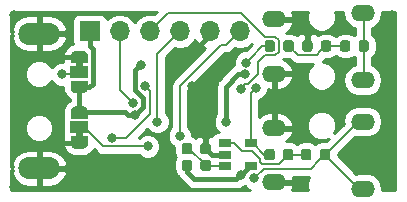
<source format=gbl>
G04 #@! TF.GenerationSoftware,KiCad,Pcbnew,5.0.1-33cea8e~68~ubuntu18.04.1*
G04 #@! TF.CreationDate,2018-11-08T21:15:48+01:00*
G04 #@! TF.ProjectId,audio_interface,617564696F5F696E746572666163652E,rev?*
G04 #@! TF.SameCoordinates,Original*
G04 #@! TF.FileFunction,Copper,L2,Bot,Signal*
G04 #@! TF.FilePolarity,Positive*
%FSLAX46Y46*%
G04 Gerber Fmt 4.6, Leading zero omitted, Abs format (unit mm)*
G04 Created by KiCad (PCBNEW 5.0.1-33cea8e~68~ubuntu18.04.1) date Do 08 Nov 2018 21:15:48 CET*
%MOMM*%
%LPD*%
G01*
G04 APERTURE LIST*
G04 #@! TA.AperFunction,Conductor*
%ADD10C,0.100000*%
G04 #@! TD*
G04 #@! TA.AperFunction,SMDPad,CuDef*
%ADD11C,0.875000*%
G04 #@! TD*
G04 #@! TA.AperFunction,ComponentPad*
%ADD12O,3.500000X1.900000*%
G04 #@! TD*
G04 #@! TA.AperFunction,ComponentPad*
%ADD13O,2.000000X1.400000*%
G04 #@! TD*
G04 #@! TA.AperFunction,SMDPad,CuDef*
%ADD14R,1.060000X0.650000*%
G04 #@! TD*
G04 #@! TA.AperFunction,SMDPad,CuDef*
%ADD15R,1.700000X1.700000*%
G04 #@! TD*
G04 #@! TA.AperFunction,SMDPad,CuDef*
%ADD16O,1.700000X1.700000*%
G04 #@! TD*
G04 #@! TA.AperFunction,SMDPad,CuDef*
%ADD17C,0.500000*%
G04 #@! TD*
G04 #@! TA.AperFunction,SMDPad,CuDef*
%ADD18R,1.500000X1.000000*%
G04 #@! TD*
G04 #@! TA.AperFunction,ViaPad*
%ADD19C,0.800000*%
G04 #@! TD*
G04 #@! TA.AperFunction,Conductor*
%ADD20C,0.400000*%
G04 #@! TD*
G04 #@! TA.AperFunction,Conductor*
%ADD21C,0.200000*%
G04 #@! TD*
G04 #@! TA.AperFunction,Conductor*
%ADD22C,0.254000*%
G04 #@! TD*
G04 APERTURE END LIST*
D10*
G04 #@! TO.N,Net-(C4-Pad1)*
G04 #@! TO.C,C4*
G36*
X155940191Y-107326053D02*
X155961426Y-107329203D01*
X155982250Y-107334419D01*
X156002462Y-107341651D01*
X156021868Y-107350830D01*
X156040281Y-107361866D01*
X156057524Y-107374654D01*
X156073430Y-107389070D01*
X156087846Y-107404976D01*
X156100634Y-107422219D01*
X156111670Y-107440632D01*
X156120849Y-107460038D01*
X156128081Y-107480250D01*
X156133297Y-107501074D01*
X156136447Y-107522309D01*
X156137500Y-107543750D01*
X156137500Y-108056250D01*
X156136447Y-108077691D01*
X156133297Y-108098926D01*
X156128081Y-108119750D01*
X156120849Y-108139962D01*
X156111670Y-108159368D01*
X156100634Y-108177781D01*
X156087846Y-108195024D01*
X156073430Y-108210930D01*
X156057524Y-108225346D01*
X156040281Y-108238134D01*
X156021868Y-108249170D01*
X156002462Y-108258349D01*
X155982250Y-108265581D01*
X155961426Y-108270797D01*
X155940191Y-108273947D01*
X155918750Y-108275000D01*
X155481250Y-108275000D01*
X155459809Y-108273947D01*
X155438574Y-108270797D01*
X155417750Y-108265581D01*
X155397538Y-108258349D01*
X155378132Y-108249170D01*
X155359719Y-108238134D01*
X155342476Y-108225346D01*
X155326570Y-108210930D01*
X155312154Y-108195024D01*
X155299366Y-108177781D01*
X155288330Y-108159368D01*
X155279151Y-108139962D01*
X155271919Y-108119750D01*
X155266703Y-108098926D01*
X155263553Y-108077691D01*
X155262500Y-108056250D01*
X155262500Y-107543750D01*
X155263553Y-107522309D01*
X155266703Y-107501074D01*
X155271919Y-107480250D01*
X155279151Y-107460038D01*
X155288330Y-107440632D01*
X155299366Y-107422219D01*
X155312154Y-107404976D01*
X155326570Y-107389070D01*
X155342476Y-107374654D01*
X155359719Y-107361866D01*
X155378132Y-107350830D01*
X155397538Y-107341651D01*
X155417750Y-107334419D01*
X155438574Y-107329203D01*
X155459809Y-107326053D01*
X155481250Y-107325000D01*
X155918750Y-107325000D01*
X155940191Y-107326053D01*
X155940191Y-107326053D01*
G37*
D11*
G04 #@! TD*
G04 #@! TO.P,C4,1*
G04 #@! TO.N,Net-(C4-Pad1)*
X155700000Y-107800000D03*
D10*
G04 #@! TO.N,Net-(C4-Pad2)*
G04 #@! TO.C,C4*
G36*
X157515191Y-107326053D02*
X157536426Y-107329203D01*
X157557250Y-107334419D01*
X157577462Y-107341651D01*
X157596868Y-107350830D01*
X157615281Y-107361866D01*
X157632524Y-107374654D01*
X157648430Y-107389070D01*
X157662846Y-107404976D01*
X157675634Y-107422219D01*
X157686670Y-107440632D01*
X157695849Y-107460038D01*
X157703081Y-107480250D01*
X157708297Y-107501074D01*
X157711447Y-107522309D01*
X157712500Y-107543750D01*
X157712500Y-108056250D01*
X157711447Y-108077691D01*
X157708297Y-108098926D01*
X157703081Y-108119750D01*
X157695849Y-108139962D01*
X157686670Y-108159368D01*
X157675634Y-108177781D01*
X157662846Y-108195024D01*
X157648430Y-108210930D01*
X157632524Y-108225346D01*
X157615281Y-108238134D01*
X157596868Y-108249170D01*
X157577462Y-108258349D01*
X157557250Y-108265581D01*
X157536426Y-108270797D01*
X157515191Y-108273947D01*
X157493750Y-108275000D01*
X157056250Y-108275000D01*
X157034809Y-108273947D01*
X157013574Y-108270797D01*
X156992750Y-108265581D01*
X156972538Y-108258349D01*
X156953132Y-108249170D01*
X156934719Y-108238134D01*
X156917476Y-108225346D01*
X156901570Y-108210930D01*
X156887154Y-108195024D01*
X156874366Y-108177781D01*
X156863330Y-108159368D01*
X156854151Y-108139962D01*
X156846919Y-108119750D01*
X156841703Y-108098926D01*
X156838553Y-108077691D01*
X156837500Y-108056250D01*
X156837500Y-107543750D01*
X156838553Y-107522309D01*
X156841703Y-107501074D01*
X156846919Y-107480250D01*
X156854151Y-107460038D01*
X156863330Y-107440632D01*
X156874366Y-107422219D01*
X156887154Y-107404976D01*
X156901570Y-107389070D01*
X156917476Y-107374654D01*
X156934719Y-107361866D01*
X156953132Y-107350830D01*
X156972538Y-107341651D01*
X156992750Y-107334419D01*
X157013574Y-107329203D01*
X157034809Y-107326053D01*
X157056250Y-107325000D01*
X157493750Y-107325000D01*
X157515191Y-107326053D01*
X157515191Y-107326053D01*
G37*
D11*
G04 #@! TD*
G04 #@! TO.P,C4,2*
G04 #@! TO.N,Net-(C4-Pad2)*
X157275000Y-107800000D03*
D10*
G04 #@! TO.N,GND*
G04 #@! TO.C,C5*
G36*
X156040691Y-98126053D02*
X156061926Y-98129203D01*
X156082750Y-98134419D01*
X156102962Y-98141651D01*
X156122368Y-98150830D01*
X156140781Y-98161866D01*
X156158024Y-98174654D01*
X156173930Y-98189070D01*
X156188346Y-98204976D01*
X156201134Y-98222219D01*
X156212170Y-98240632D01*
X156221349Y-98260038D01*
X156228581Y-98280250D01*
X156233797Y-98301074D01*
X156236947Y-98322309D01*
X156238000Y-98343750D01*
X156238000Y-98856250D01*
X156236947Y-98877691D01*
X156233797Y-98898926D01*
X156228581Y-98919750D01*
X156221349Y-98939962D01*
X156212170Y-98959368D01*
X156201134Y-98977781D01*
X156188346Y-98995024D01*
X156173930Y-99010930D01*
X156158024Y-99025346D01*
X156140781Y-99038134D01*
X156122368Y-99049170D01*
X156102962Y-99058349D01*
X156082750Y-99065581D01*
X156061926Y-99070797D01*
X156040691Y-99073947D01*
X156019250Y-99075000D01*
X155581750Y-99075000D01*
X155560309Y-99073947D01*
X155539074Y-99070797D01*
X155518250Y-99065581D01*
X155498038Y-99058349D01*
X155478632Y-99049170D01*
X155460219Y-99038134D01*
X155442976Y-99025346D01*
X155427070Y-99010930D01*
X155412654Y-98995024D01*
X155399866Y-98977781D01*
X155388830Y-98959368D01*
X155379651Y-98939962D01*
X155372419Y-98919750D01*
X155367203Y-98898926D01*
X155364053Y-98877691D01*
X155363000Y-98856250D01*
X155363000Y-98343750D01*
X155364053Y-98322309D01*
X155367203Y-98301074D01*
X155372419Y-98280250D01*
X155379651Y-98260038D01*
X155388830Y-98240632D01*
X155399866Y-98222219D01*
X155412654Y-98204976D01*
X155427070Y-98189070D01*
X155442976Y-98174654D01*
X155460219Y-98161866D01*
X155478632Y-98150830D01*
X155498038Y-98141651D01*
X155518250Y-98134419D01*
X155539074Y-98129203D01*
X155560309Y-98126053D01*
X155581750Y-98125000D01*
X156019250Y-98125000D01*
X156040691Y-98126053D01*
X156040691Y-98126053D01*
G37*
D11*
G04 #@! TD*
G04 #@! TO.P,C5,2*
G04 #@! TO.N,GND*
X155800500Y-98600000D03*
D10*
G04 #@! TO.N,Net-(C5-Pad1)*
G04 #@! TO.C,C5*
G36*
X157615691Y-98126053D02*
X157636926Y-98129203D01*
X157657750Y-98134419D01*
X157677962Y-98141651D01*
X157697368Y-98150830D01*
X157715781Y-98161866D01*
X157733024Y-98174654D01*
X157748930Y-98189070D01*
X157763346Y-98204976D01*
X157776134Y-98222219D01*
X157787170Y-98240632D01*
X157796349Y-98260038D01*
X157803581Y-98280250D01*
X157808797Y-98301074D01*
X157811947Y-98322309D01*
X157813000Y-98343750D01*
X157813000Y-98856250D01*
X157811947Y-98877691D01*
X157808797Y-98898926D01*
X157803581Y-98919750D01*
X157796349Y-98939962D01*
X157787170Y-98959368D01*
X157776134Y-98977781D01*
X157763346Y-98995024D01*
X157748930Y-99010930D01*
X157733024Y-99025346D01*
X157715781Y-99038134D01*
X157697368Y-99049170D01*
X157677962Y-99058349D01*
X157657750Y-99065581D01*
X157636926Y-99070797D01*
X157615691Y-99073947D01*
X157594250Y-99075000D01*
X157156750Y-99075000D01*
X157135309Y-99073947D01*
X157114074Y-99070797D01*
X157093250Y-99065581D01*
X157073038Y-99058349D01*
X157053632Y-99049170D01*
X157035219Y-99038134D01*
X157017976Y-99025346D01*
X157002070Y-99010930D01*
X156987654Y-98995024D01*
X156974866Y-98977781D01*
X156963830Y-98959368D01*
X156954651Y-98939962D01*
X156947419Y-98919750D01*
X156942203Y-98898926D01*
X156939053Y-98877691D01*
X156938000Y-98856250D01*
X156938000Y-98343750D01*
X156939053Y-98322309D01*
X156942203Y-98301074D01*
X156947419Y-98280250D01*
X156954651Y-98260038D01*
X156963830Y-98240632D01*
X156974866Y-98222219D01*
X156987654Y-98204976D01*
X157002070Y-98189070D01*
X157017976Y-98174654D01*
X157035219Y-98161866D01*
X157053632Y-98150830D01*
X157073038Y-98141651D01*
X157093250Y-98134419D01*
X157114074Y-98129203D01*
X157135309Y-98126053D01*
X157156750Y-98125000D01*
X157594250Y-98125000D01*
X157615691Y-98126053D01*
X157615691Y-98126053D01*
G37*
D11*
G04 #@! TD*
G04 #@! TO.P,C5,1*
G04 #@! TO.N,Net-(C5-Pad1)*
X157375500Y-98600000D03*
D10*
G04 #@! TO.N,Net-(C6-Pad1)*
G04 #@! TO.C,C6*
G36*
X160815691Y-98126053D02*
X160836926Y-98129203D01*
X160857750Y-98134419D01*
X160877962Y-98141651D01*
X160897368Y-98150830D01*
X160915781Y-98161866D01*
X160933024Y-98174654D01*
X160948930Y-98189070D01*
X160963346Y-98204976D01*
X160976134Y-98222219D01*
X160987170Y-98240632D01*
X160996349Y-98260038D01*
X161003581Y-98280250D01*
X161008797Y-98301074D01*
X161011947Y-98322309D01*
X161013000Y-98343750D01*
X161013000Y-98856250D01*
X161011947Y-98877691D01*
X161008797Y-98898926D01*
X161003581Y-98919750D01*
X160996349Y-98939962D01*
X160987170Y-98959368D01*
X160976134Y-98977781D01*
X160963346Y-98995024D01*
X160948930Y-99010930D01*
X160933024Y-99025346D01*
X160915781Y-99038134D01*
X160897368Y-99049170D01*
X160877962Y-99058349D01*
X160857750Y-99065581D01*
X160836926Y-99070797D01*
X160815691Y-99073947D01*
X160794250Y-99075000D01*
X160356750Y-99075000D01*
X160335309Y-99073947D01*
X160314074Y-99070797D01*
X160293250Y-99065581D01*
X160273038Y-99058349D01*
X160253632Y-99049170D01*
X160235219Y-99038134D01*
X160217976Y-99025346D01*
X160202070Y-99010930D01*
X160187654Y-98995024D01*
X160174866Y-98977781D01*
X160163830Y-98959368D01*
X160154651Y-98939962D01*
X160147419Y-98919750D01*
X160142203Y-98898926D01*
X160139053Y-98877691D01*
X160138000Y-98856250D01*
X160138000Y-98343750D01*
X160139053Y-98322309D01*
X160142203Y-98301074D01*
X160147419Y-98280250D01*
X160154651Y-98260038D01*
X160163830Y-98240632D01*
X160174866Y-98222219D01*
X160187654Y-98204976D01*
X160202070Y-98189070D01*
X160217976Y-98174654D01*
X160235219Y-98161866D01*
X160253632Y-98150830D01*
X160273038Y-98141651D01*
X160293250Y-98134419D01*
X160314074Y-98129203D01*
X160335309Y-98126053D01*
X160356750Y-98125000D01*
X160794250Y-98125000D01*
X160815691Y-98126053D01*
X160815691Y-98126053D01*
G37*
D11*
G04 #@! TD*
G04 #@! TO.P,C6,1*
G04 #@! TO.N,Net-(C6-Pad1)*
X160575500Y-98600000D03*
D10*
G04 #@! TO.N,Net-(C5-Pad1)*
G04 #@! TO.C,C6*
G36*
X159240691Y-98126053D02*
X159261926Y-98129203D01*
X159282750Y-98134419D01*
X159302962Y-98141651D01*
X159322368Y-98150830D01*
X159340781Y-98161866D01*
X159358024Y-98174654D01*
X159373930Y-98189070D01*
X159388346Y-98204976D01*
X159401134Y-98222219D01*
X159412170Y-98240632D01*
X159421349Y-98260038D01*
X159428581Y-98280250D01*
X159433797Y-98301074D01*
X159436947Y-98322309D01*
X159438000Y-98343750D01*
X159438000Y-98856250D01*
X159436947Y-98877691D01*
X159433797Y-98898926D01*
X159428581Y-98919750D01*
X159421349Y-98939962D01*
X159412170Y-98959368D01*
X159401134Y-98977781D01*
X159388346Y-98995024D01*
X159373930Y-99010930D01*
X159358024Y-99025346D01*
X159340781Y-99038134D01*
X159322368Y-99049170D01*
X159302962Y-99058349D01*
X159282750Y-99065581D01*
X159261926Y-99070797D01*
X159240691Y-99073947D01*
X159219250Y-99075000D01*
X158781750Y-99075000D01*
X158760309Y-99073947D01*
X158739074Y-99070797D01*
X158718250Y-99065581D01*
X158698038Y-99058349D01*
X158678632Y-99049170D01*
X158660219Y-99038134D01*
X158642976Y-99025346D01*
X158627070Y-99010930D01*
X158612654Y-98995024D01*
X158599866Y-98977781D01*
X158588830Y-98959368D01*
X158579651Y-98939962D01*
X158572419Y-98919750D01*
X158567203Y-98898926D01*
X158564053Y-98877691D01*
X158563000Y-98856250D01*
X158563000Y-98343750D01*
X158564053Y-98322309D01*
X158567203Y-98301074D01*
X158572419Y-98280250D01*
X158579651Y-98260038D01*
X158588830Y-98240632D01*
X158599866Y-98222219D01*
X158612654Y-98204976D01*
X158627070Y-98189070D01*
X158642976Y-98174654D01*
X158660219Y-98161866D01*
X158678632Y-98150830D01*
X158698038Y-98141651D01*
X158718250Y-98134419D01*
X158739074Y-98129203D01*
X158760309Y-98126053D01*
X158781750Y-98125000D01*
X159219250Y-98125000D01*
X159240691Y-98126053D01*
X159240691Y-98126053D01*
G37*
D11*
G04 #@! TD*
G04 #@! TO.P,C6,2*
G04 #@! TO.N,Net-(C5-Pad1)*
X159000500Y-98600000D03*
D12*
G04 #@! TO.P,J1,5*
G04 #@! TO.N,GND*
X133100000Y-108950000D03*
X133100000Y-97550000D03*
G04 #@! TD*
D13*
G04 #@! TO.P,J3,R*
G04 #@! TO.N,GND*
X153000000Y-100950000D03*
G04 #@! TO.P,J3,S*
X153000000Y-96350000D03*
G04 #@! TO.P,J3,T*
G04 #@! TO.N,Net-(C6-Pad1)*
X160500000Y-101500000D03*
X160500000Y-95800000D03*
G04 #@! TD*
G04 #@! TO.P,J4,T*
G04 #@! TO.N,Net-(C4-Pad2)*
X160500000Y-105000000D03*
X160500000Y-110700000D03*
G04 #@! TO.P,J4,S*
G04 #@! TO.N,GND*
X153000000Y-105550000D03*
G04 #@! TO.P,J4,R*
X153000000Y-110150000D03*
G04 #@! TD*
D10*
G04 #@! TO.N,Net-(C4-Pad1)*
G04 #@! TO.C,R6*
G36*
X154415191Y-107326053D02*
X154436426Y-107329203D01*
X154457250Y-107334419D01*
X154477462Y-107341651D01*
X154496868Y-107350830D01*
X154515281Y-107361866D01*
X154532524Y-107374654D01*
X154548430Y-107389070D01*
X154562846Y-107404976D01*
X154575634Y-107422219D01*
X154586670Y-107440632D01*
X154595849Y-107460038D01*
X154603081Y-107480250D01*
X154608297Y-107501074D01*
X154611447Y-107522309D01*
X154612500Y-107543750D01*
X154612500Y-108056250D01*
X154611447Y-108077691D01*
X154608297Y-108098926D01*
X154603081Y-108119750D01*
X154595849Y-108139962D01*
X154586670Y-108159368D01*
X154575634Y-108177781D01*
X154562846Y-108195024D01*
X154548430Y-108210930D01*
X154532524Y-108225346D01*
X154515281Y-108238134D01*
X154496868Y-108249170D01*
X154477462Y-108258349D01*
X154457250Y-108265581D01*
X154436426Y-108270797D01*
X154415191Y-108273947D01*
X154393750Y-108275000D01*
X153956250Y-108275000D01*
X153934809Y-108273947D01*
X153913574Y-108270797D01*
X153892750Y-108265581D01*
X153872538Y-108258349D01*
X153853132Y-108249170D01*
X153834719Y-108238134D01*
X153817476Y-108225346D01*
X153801570Y-108210930D01*
X153787154Y-108195024D01*
X153774366Y-108177781D01*
X153763330Y-108159368D01*
X153754151Y-108139962D01*
X153746919Y-108119750D01*
X153741703Y-108098926D01*
X153738553Y-108077691D01*
X153737500Y-108056250D01*
X153737500Y-107543750D01*
X153738553Y-107522309D01*
X153741703Y-107501074D01*
X153746919Y-107480250D01*
X153754151Y-107460038D01*
X153763330Y-107440632D01*
X153774366Y-107422219D01*
X153787154Y-107404976D01*
X153801570Y-107389070D01*
X153817476Y-107374654D01*
X153834719Y-107361866D01*
X153853132Y-107350830D01*
X153872538Y-107341651D01*
X153892750Y-107334419D01*
X153913574Y-107329203D01*
X153934809Y-107326053D01*
X153956250Y-107325000D01*
X154393750Y-107325000D01*
X154415191Y-107326053D01*
X154415191Y-107326053D01*
G37*
D11*
G04 #@! TD*
G04 #@! TO.P,R6,2*
G04 #@! TO.N,Net-(C4-Pad1)*
X154175000Y-107800000D03*
D10*
G04 #@! TO.N,/MIC_IN*
G04 #@! TO.C,R6*
G36*
X152840191Y-107326053D02*
X152861426Y-107329203D01*
X152882250Y-107334419D01*
X152902462Y-107341651D01*
X152921868Y-107350830D01*
X152940281Y-107361866D01*
X152957524Y-107374654D01*
X152973430Y-107389070D01*
X152987846Y-107404976D01*
X153000634Y-107422219D01*
X153011670Y-107440632D01*
X153020849Y-107460038D01*
X153028081Y-107480250D01*
X153033297Y-107501074D01*
X153036447Y-107522309D01*
X153037500Y-107543750D01*
X153037500Y-108056250D01*
X153036447Y-108077691D01*
X153033297Y-108098926D01*
X153028081Y-108119750D01*
X153020849Y-108139962D01*
X153011670Y-108159368D01*
X153000634Y-108177781D01*
X152987846Y-108195024D01*
X152973430Y-108210930D01*
X152957524Y-108225346D01*
X152940281Y-108238134D01*
X152921868Y-108249170D01*
X152902462Y-108258349D01*
X152882250Y-108265581D01*
X152861426Y-108270797D01*
X152840191Y-108273947D01*
X152818750Y-108275000D01*
X152381250Y-108275000D01*
X152359809Y-108273947D01*
X152338574Y-108270797D01*
X152317750Y-108265581D01*
X152297538Y-108258349D01*
X152278132Y-108249170D01*
X152259719Y-108238134D01*
X152242476Y-108225346D01*
X152226570Y-108210930D01*
X152212154Y-108195024D01*
X152199366Y-108177781D01*
X152188330Y-108159368D01*
X152179151Y-108139962D01*
X152171919Y-108119750D01*
X152166703Y-108098926D01*
X152163553Y-108077691D01*
X152162500Y-108056250D01*
X152162500Y-107543750D01*
X152163553Y-107522309D01*
X152166703Y-107501074D01*
X152171919Y-107480250D01*
X152179151Y-107460038D01*
X152188330Y-107440632D01*
X152199366Y-107422219D01*
X152212154Y-107404976D01*
X152226570Y-107389070D01*
X152242476Y-107374654D01*
X152259719Y-107361866D01*
X152278132Y-107350830D01*
X152297538Y-107341651D01*
X152317750Y-107334419D01*
X152338574Y-107329203D01*
X152359809Y-107326053D01*
X152381250Y-107325000D01*
X152818750Y-107325000D01*
X152840191Y-107326053D01*
X152840191Y-107326053D01*
G37*
D11*
G04 #@! TD*
G04 #@! TO.P,R6,1*
G04 #@! TO.N,/MIC_IN*
X152600000Y-107800000D03*
D10*
G04 #@! TO.N,+3V3*
G04 #@! TO.C,R7*
G36*
X145852691Y-108226053D02*
X145873926Y-108229203D01*
X145894750Y-108234419D01*
X145914962Y-108241651D01*
X145934368Y-108250830D01*
X145952781Y-108261866D01*
X145970024Y-108274654D01*
X145985930Y-108289070D01*
X146000346Y-108304976D01*
X146013134Y-108322219D01*
X146024170Y-108340632D01*
X146033349Y-108360038D01*
X146040581Y-108380250D01*
X146045797Y-108401074D01*
X146048947Y-108422309D01*
X146050000Y-108443750D01*
X146050000Y-108956250D01*
X146048947Y-108977691D01*
X146045797Y-108998926D01*
X146040581Y-109019750D01*
X146033349Y-109039962D01*
X146024170Y-109059368D01*
X146013134Y-109077781D01*
X146000346Y-109095024D01*
X145985930Y-109110930D01*
X145970024Y-109125346D01*
X145952781Y-109138134D01*
X145934368Y-109149170D01*
X145914962Y-109158349D01*
X145894750Y-109165581D01*
X145873926Y-109170797D01*
X145852691Y-109173947D01*
X145831250Y-109175000D01*
X145393750Y-109175000D01*
X145372309Y-109173947D01*
X145351074Y-109170797D01*
X145330250Y-109165581D01*
X145310038Y-109158349D01*
X145290632Y-109149170D01*
X145272219Y-109138134D01*
X145254976Y-109125346D01*
X145239070Y-109110930D01*
X145224654Y-109095024D01*
X145211866Y-109077781D01*
X145200830Y-109059368D01*
X145191651Y-109039962D01*
X145184419Y-109019750D01*
X145179203Y-108998926D01*
X145176053Y-108977691D01*
X145175000Y-108956250D01*
X145175000Y-108443750D01*
X145176053Y-108422309D01*
X145179203Y-108401074D01*
X145184419Y-108380250D01*
X145191651Y-108360038D01*
X145200830Y-108340632D01*
X145211866Y-108322219D01*
X145224654Y-108304976D01*
X145239070Y-108289070D01*
X145254976Y-108274654D01*
X145272219Y-108261866D01*
X145290632Y-108250830D01*
X145310038Y-108241651D01*
X145330250Y-108234419D01*
X145351074Y-108229203D01*
X145372309Y-108226053D01*
X145393750Y-108225000D01*
X145831250Y-108225000D01*
X145852691Y-108226053D01*
X145852691Y-108226053D01*
G37*
D11*
G04 #@! TD*
G04 #@! TO.P,R7,1*
G04 #@! TO.N,+3V3*
X145612500Y-108700000D03*
D10*
G04 #@! TO.N,Net-(R7-Pad2)*
G04 #@! TO.C,R7*
G36*
X147427691Y-108226053D02*
X147448926Y-108229203D01*
X147469750Y-108234419D01*
X147489962Y-108241651D01*
X147509368Y-108250830D01*
X147527781Y-108261866D01*
X147545024Y-108274654D01*
X147560930Y-108289070D01*
X147575346Y-108304976D01*
X147588134Y-108322219D01*
X147599170Y-108340632D01*
X147608349Y-108360038D01*
X147615581Y-108380250D01*
X147620797Y-108401074D01*
X147623947Y-108422309D01*
X147625000Y-108443750D01*
X147625000Y-108956250D01*
X147623947Y-108977691D01*
X147620797Y-108998926D01*
X147615581Y-109019750D01*
X147608349Y-109039962D01*
X147599170Y-109059368D01*
X147588134Y-109077781D01*
X147575346Y-109095024D01*
X147560930Y-109110930D01*
X147545024Y-109125346D01*
X147527781Y-109138134D01*
X147509368Y-109149170D01*
X147489962Y-109158349D01*
X147469750Y-109165581D01*
X147448926Y-109170797D01*
X147427691Y-109173947D01*
X147406250Y-109175000D01*
X146968750Y-109175000D01*
X146947309Y-109173947D01*
X146926074Y-109170797D01*
X146905250Y-109165581D01*
X146885038Y-109158349D01*
X146865632Y-109149170D01*
X146847219Y-109138134D01*
X146829976Y-109125346D01*
X146814070Y-109110930D01*
X146799654Y-109095024D01*
X146786866Y-109077781D01*
X146775830Y-109059368D01*
X146766651Y-109039962D01*
X146759419Y-109019750D01*
X146754203Y-108998926D01*
X146751053Y-108977691D01*
X146750000Y-108956250D01*
X146750000Y-108443750D01*
X146751053Y-108422309D01*
X146754203Y-108401074D01*
X146759419Y-108380250D01*
X146766651Y-108360038D01*
X146775830Y-108340632D01*
X146786866Y-108322219D01*
X146799654Y-108304976D01*
X146814070Y-108289070D01*
X146829976Y-108274654D01*
X146847219Y-108261866D01*
X146865632Y-108250830D01*
X146885038Y-108241651D01*
X146905250Y-108234419D01*
X146926074Y-108229203D01*
X146947309Y-108226053D01*
X146968750Y-108225000D01*
X147406250Y-108225000D01*
X147427691Y-108226053D01*
X147427691Y-108226053D01*
G37*
D11*
G04 #@! TD*
G04 #@! TO.P,R7,2*
G04 #@! TO.N,Net-(R7-Pad2)*
X147187500Y-108700000D03*
D10*
G04 #@! TO.N,Net-(R7-Pad2)*
G04 #@! TO.C,R8*
G36*
X145852691Y-106826053D02*
X145873926Y-106829203D01*
X145894750Y-106834419D01*
X145914962Y-106841651D01*
X145934368Y-106850830D01*
X145952781Y-106861866D01*
X145970024Y-106874654D01*
X145985930Y-106889070D01*
X146000346Y-106904976D01*
X146013134Y-106922219D01*
X146024170Y-106940632D01*
X146033349Y-106960038D01*
X146040581Y-106980250D01*
X146045797Y-107001074D01*
X146048947Y-107022309D01*
X146050000Y-107043750D01*
X146050000Y-107556250D01*
X146048947Y-107577691D01*
X146045797Y-107598926D01*
X146040581Y-107619750D01*
X146033349Y-107639962D01*
X146024170Y-107659368D01*
X146013134Y-107677781D01*
X146000346Y-107695024D01*
X145985930Y-107710930D01*
X145970024Y-107725346D01*
X145952781Y-107738134D01*
X145934368Y-107749170D01*
X145914962Y-107758349D01*
X145894750Y-107765581D01*
X145873926Y-107770797D01*
X145852691Y-107773947D01*
X145831250Y-107775000D01*
X145393750Y-107775000D01*
X145372309Y-107773947D01*
X145351074Y-107770797D01*
X145330250Y-107765581D01*
X145310038Y-107758349D01*
X145290632Y-107749170D01*
X145272219Y-107738134D01*
X145254976Y-107725346D01*
X145239070Y-107710930D01*
X145224654Y-107695024D01*
X145211866Y-107677781D01*
X145200830Y-107659368D01*
X145191651Y-107639962D01*
X145184419Y-107619750D01*
X145179203Y-107598926D01*
X145176053Y-107577691D01*
X145175000Y-107556250D01*
X145175000Y-107043750D01*
X145176053Y-107022309D01*
X145179203Y-107001074D01*
X145184419Y-106980250D01*
X145191651Y-106960038D01*
X145200830Y-106940632D01*
X145211866Y-106922219D01*
X145224654Y-106904976D01*
X145239070Y-106889070D01*
X145254976Y-106874654D01*
X145272219Y-106861866D01*
X145290632Y-106850830D01*
X145310038Y-106841651D01*
X145330250Y-106834419D01*
X145351074Y-106829203D01*
X145372309Y-106826053D01*
X145393750Y-106825000D01*
X145831250Y-106825000D01*
X145852691Y-106826053D01*
X145852691Y-106826053D01*
G37*
D11*
G04 #@! TD*
G04 #@! TO.P,R8,1*
G04 #@! TO.N,Net-(R7-Pad2)*
X145612500Y-107300000D03*
D10*
G04 #@! TO.N,GND*
G04 #@! TO.C,R8*
G36*
X147427691Y-106826053D02*
X147448926Y-106829203D01*
X147469750Y-106834419D01*
X147489962Y-106841651D01*
X147509368Y-106850830D01*
X147527781Y-106861866D01*
X147545024Y-106874654D01*
X147560930Y-106889070D01*
X147575346Y-106904976D01*
X147588134Y-106922219D01*
X147599170Y-106940632D01*
X147608349Y-106960038D01*
X147615581Y-106980250D01*
X147620797Y-107001074D01*
X147623947Y-107022309D01*
X147625000Y-107043750D01*
X147625000Y-107556250D01*
X147623947Y-107577691D01*
X147620797Y-107598926D01*
X147615581Y-107619750D01*
X147608349Y-107639962D01*
X147599170Y-107659368D01*
X147588134Y-107677781D01*
X147575346Y-107695024D01*
X147560930Y-107710930D01*
X147545024Y-107725346D01*
X147527781Y-107738134D01*
X147509368Y-107749170D01*
X147489962Y-107758349D01*
X147469750Y-107765581D01*
X147448926Y-107770797D01*
X147427691Y-107773947D01*
X147406250Y-107775000D01*
X146968750Y-107775000D01*
X146947309Y-107773947D01*
X146926074Y-107770797D01*
X146905250Y-107765581D01*
X146885038Y-107758349D01*
X146865632Y-107749170D01*
X146847219Y-107738134D01*
X146829976Y-107725346D01*
X146814070Y-107710930D01*
X146799654Y-107695024D01*
X146786866Y-107677781D01*
X146775830Y-107659368D01*
X146766651Y-107639962D01*
X146759419Y-107619750D01*
X146754203Y-107598926D01*
X146751053Y-107577691D01*
X146750000Y-107556250D01*
X146750000Y-107043750D01*
X146751053Y-107022309D01*
X146754203Y-107001074D01*
X146759419Y-106980250D01*
X146766651Y-106960038D01*
X146775830Y-106940632D01*
X146786866Y-106922219D01*
X146799654Y-106904976D01*
X146814070Y-106889070D01*
X146829976Y-106874654D01*
X146847219Y-106861866D01*
X146865632Y-106850830D01*
X146885038Y-106841651D01*
X146905250Y-106834419D01*
X146926074Y-106829203D01*
X146947309Y-106826053D01*
X146968750Y-106825000D01*
X147406250Y-106825000D01*
X147427691Y-106826053D01*
X147427691Y-106826053D01*
G37*
D11*
G04 #@! TD*
G04 #@! TO.P,R8,2*
G04 #@! TO.N,GND*
X147187500Y-107300000D03*
D10*
G04 #@! TO.N,Net-(C5-Pad1)*
G04 #@! TO.C,R9*
G36*
X154439691Y-98126053D02*
X154460926Y-98129203D01*
X154481750Y-98134419D01*
X154501962Y-98141651D01*
X154521368Y-98150830D01*
X154539781Y-98161866D01*
X154557024Y-98174654D01*
X154572930Y-98189070D01*
X154587346Y-98204976D01*
X154600134Y-98222219D01*
X154611170Y-98240632D01*
X154620349Y-98260038D01*
X154627581Y-98280250D01*
X154632797Y-98301074D01*
X154635947Y-98322309D01*
X154637000Y-98343750D01*
X154637000Y-98856250D01*
X154635947Y-98877691D01*
X154632797Y-98898926D01*
X154627581Y-98919750D01*
X154620349Y-98939962D01*
X154611170Y-98959368D01*
X154600134Y-98977781D01*
X154587346Y-98995024D01*
X154572930Y-99010930D01*
X154557024Y-99025346D01*
X154539781Y-99038134D01*
X154521368Y-99049170D01*
X154501962Y-99058349D01*
X154481750Y-99065581D01*
X154460926Y-99070797D01*
X154439691Y-99073947D01*
X154418250Y-99075000D01*
X153980750Y-99075000D01*
X153959309Y-99073947D01*
X153938074Y-99070797D01*
X153917250Y-99065581D01*
X153897038Y-99058349D01*
X153877632Y-99049170D01*
X153859219Y-99038134D01*
X153841976Y-99025346D01*
X153826070Y-99010930D01*
X153811654Y-98995024D01*
X153798866Y-98977781D01*
X153787830Y-98959368D01*
X153778651Y-98939962D01*
X153771419Y-98919750D01*
X153766203Y-98898926D01*
X153763053Y-98877691D01*
X153762000Y-98856250D01*
X153762000Y-98343750D01*
X153763053Y-98322309D01*
X153766203Y-98301074D01*
X153771419Y-98280250D01*
X153778651Y-98260038D01*
X153787830Y-98240632D01*
X153798866Y-98222219D01*
X153811654Y-98204976D01*
X153826070Y-98189070D01*
X153841976Y-98174654D01*
X153859219Y-98161866D01*
X153877632Y-98150830D01*
X153897038Y-98141651D01*
X153917250Y-98134419D01*
X153938074Y-98129203D01*
X153959309Y-98126053D01*
X153980750Y-98125000D01*
X154418250Y-98125000D01*
X154439691Y-98126053D01*
X154439691Y-98126053D01*
G37*
D11*
G04 #@! TD*
G04 #@! TO.P,R9,1*
G04 #@! TO.N,Net-(C5-Pad1)*
X154199500Y-98600000D03*
D10*
G04 #@! TO.N,/LINE_OUT*
G04 #@! TO.C,R9*
G36*
X152864691Y-98126053D02*
X152885926Y-98129203D01*
X152906750Y-98134419D01*
X152926962Y-98141651D01*
X152946368Y-98150830D01*
X152964781Y-98161866D01*
X152982024Y-98174654D01*
X152997930Y-98189070D01*
X153012346Y-98204976D01*
X153025134Y-98222219D01*
X153036170Y-98240632D01*
X153045349Y-98260038D01*
X153052581Y-98280250D01*
X153057797Y-98301074D01*
X153060947Y-98322309D01*
X153062000Y-98343750D01*
X153062000Y-98856250D01*
X153060947Y-98877691D01*
X153057797Y-98898926D01*
X153052581Y-98919750D01*
X153045349Y-98939962D01*
X153036170Y-98959368D01*
X153025134Y-98977781D01*
X153012346Y-98995024D01*
X152997930Y-99010930D01*
X152982024Y-99025346D01*
X152964781Y-99038134D01*
X152946368Y-99049170D01*
X152926962Y-99058349D01*
X152906750Y-99065581D01*
X152885926Y-99070797D01*
X152864691Y-99073947D01*
X152843250Y-99075000D01*
X152405750Y-99075000D01*
X152384309Y-99073947D01*
X152363074Y-99070797D01*
X152342250Y-99065581D01*
X152322038Y-99058349D01*
X152302632Y-99049170D01*
X152284219Y-99038134D01*
X152266976Y-99025346D01*
X152251070Y-99010930D01*
X152236654Y-98995024D01*
X152223866Y-98977781D01*
X152212830Y-98959368D01*
X152203651Y-98939962D01*
X152196419Y-98919750D01*
X152191203Y-98898926D01*
X152188053Y-98877691D01*
X152187000Y-98856250D01*
X152187000Y-98343750D01*
X152188053Y-98322309D01*
X152191203Y-98301074D01*
X152196419Y-98280250D01*
X152203651Y-98260038D01*
X152212830Y-98240632D01*
X152223866Y-98222219D01*
X152236654Y-98204976D01*
X152251070Y-98189070D01*
X152266976Y-98174654D01*
X152284219Y-98161866D01*
X152302632Y-98150830D01*
X152322038Y-98141651D01*
X152342250Y-98134419D01*
X152363074Y-98129203D01*
X152384309Y-98126053D01*
X152405750Y-98125000D01*
X152843250Y-98125000D01*
X152864691Y-98126053D01*
X152864691Y-98126053D01*
G37*
D11*
G04 #@! TD*
G04 #@! TO.P,R9,2*
G04 #@! TO.N,/LINE_OUT*
X152624500Y-98600000D03*
D14*
G04 #@! TO.P,U3,1*
G04 #@! TO.N,Net-(R7-Pad2)*
X148800000Y-108750000D03*
G04 #@! TO.P,U3,2*
G04 #@! TO.N,GND*
X148800000Y-107800000D03*
G04 #@! TO.P,U3,3*
G04 #@! TO.N,Net-(C4-Pad1)*
X148800000Y-106850000D03*
G04 #@! TO.P,U3,4*
G04 #@! TO.N,/MIC_IN*
X151000000Y-106850000D03*
G04 #@! TO.P,U3,5*
G04 #@! TO.N,+3V3*
X151000000Y-108750000D03*
G04 #@! TD*
D15*
G04 #@! TO.P,J2,1*
G04 #@! TO.N,+3V3*
X137375000Y-97350000D03*
D16*
G04 #@! TO.P,J2,2*
G04 #@! TO.N,/SWDIO*
X139915000Y-97350000D03*
G04 #@! TO.P,J2,3*
G04 #@! TO.N,/~RESET*
X142455000Y-97350000D03*
G04 #@! TO.P,J2,4*
G04 #@! TO.N,/SWCLK*
X144995000Y-97350000D03*
G04 #@! TO.P,J2,5*
G04 #@! TO.N,GND*
X147535000Y-97350000D03*
G04 #@! TO.P,J2,6*
G04 #@! TO.N,/SWO*
X150075000Y-97350000D03*
G04 #@! TD*
D17*
G04 #@! TO.P,JP1,1*
G04 #@! TO.N,GND*
X136500000Y-106800000D03*
D10*
G04 #@! TD*
G04 #@! TO.N,GND*
G04 #@! TO.C,JP1*
G36*
X136200000Y-106250000D02*
X136200000Y-105900000D01*
X136800000Y-105900000D01*
X136800000Y-106250000D01*
X137250000Y-106250000D01*
X137250000Y-106800000D01*
X137249398Y-106800000D01*
X137249398Y-106824534D01*
X137244588Y-106873365D01*
X137235016Y-106921490D01*
X137220772Y-106968445D01*
X137201995Y-107013778D01*
X137178864Y-107057051D01*
X137151604Y-107097850D01*
X137120476Y-107135779D01*
X137085779Y-107170476D01*
X137047850Y-107201604D01*
X137007051Y-107228864D01*
X136963778Y-107251995D01*
X136918445Y-107270772D01*
X136871490Y-107285016D01*
X136823365Y-107294588D01*
X136774534Y-107299398D01*
X136750000Y-107299398D01*
X136750000Y-107300000D01*
X136250000Y-107300000D01*
X136250000Y-107299398D01*
X136225466Y-107299398D01*
X136176635Y-107294588D01*
X136128510Y-107285016D01*
X136081555Y-107270772D01*
X136036222Y-107251995D01*
X135992949Y-107228864D01*
X135952150Y-107201604D01*
X135914221Y-107170476D01*
X135879524Y-107135779D01*
X135848396Y-107097850D01*
X135821136Y-107057051D01*
X135798005Y-107013778D01*
X135779228Y-106968445D01*
X135764984Y-106921490D01*
X135755412Y-106873365D01*
X135750602Y-106824534D01*
X135750602Y-106800000D01*
X135750000Y-106800000D01*
X135750000Y-106250000D01*
X136200000Y-106250000D01*
X136200000Y-106250000D01*
G37*
D17*
G04 #@! TO.P,JP1,3*
G04 #@! TO.N,+3V3*
X136500000Y-104200000D03*
D10*
G04 #@! TD*
G04 #@! TO.N,+3V3*
G04 #@! TO.C,JP1*
G36*
X135750602Y-104200000D02*
X135750602Y-104175466D01*
X135755412Y-104126635D01*
X135764984Y-104078510D01*
X135779228Y-104031555D01*
X135798005Y-103986222D01*
X135821136Y-103942949D01*
X135848396Y-103902150D01*
X135879524Y-103864221D01*
X135914221Y-103829524D01*
X135952150Y-103798396D01*
X135992949Y-103771136D01*
X136036222Y-103748005D01*
X136081555Y-103729228D01*
X136128510Y-103714984D01*
X136176635Y-103705412D01*
X136225466Y-103700602D01*
X136250000Y-103700602D01*
X136250000Y-103700000D01*
X136750000Y-103700000D01*
X136750000Y-103700602D01*
X136774534Y-103700602D01*
X136823365Y-103705412D01*
X136871490Y-103714984D01*
X136918445Y-103729228D01*
X136963778Y-103748005D01*
X137007051Y-103771136D01*
X137047850Y-103798396D01*
X137085779Y-103829524D01*
X137120476Y-103864221D01*
X137151604Y-103902150D01*
X137178864Y-103942949D01*
X137201995Y-103986222D01*
X137220772Y-104031555D01*
X137235016Y-104078510D01*
X137244588Y-104126635D01*
X137249398Y-104175466D01*
X137249398Y-104200000D01*
X137250000Y-104200000D01*
X137250000Y-104750000D01*
X135750000Y-104750000D01*
X135750000Y-104200000D01*
X135750602Y-104200000D01*
X135750602Y-104200000D01*
G37*
D18*
G04 #@! TO.P,JP1,2*
G04 #@! TO.N,Net-(JP1-Pad2)*
X136500000Y-105500000D03*
G04 #@! TD*
G04 #@! TO.P,JP2,2*
G04 #@! TO.N,Net-(JP2-Pad2)*
X136500000Y-100800000D03*
D17*
G04 #@! TO.P,JP2,3*
G04 #@! TO.N,+3V3*
X136500000Y-102100000D03*
D10*
G04 #@! TD*
G04 #@! TO.N,+3V3*
G04 #@! TO.C,JP2*
G36*
X137249398Y-102100000D02*
X137249398Y-102124534D01*
X137244588Y-102173365D01*
X137235016Y-102221490D01*
X137220772Y-102268445D01*
X137201995Y-102313778D01*
X137178864Y-102357051D01*
X137151604Y-102397850D01*
X137120476Y-102435779D01*
X137085779Y-102470476D01*
X137047850Y-102501604D01*
X137007051Y-102528864D01*
X136963778Y-102551995D01*
X136918445Y-102570772D01*
X136871490Y-102585016D01*
X136823365Y-102594588D01*
X136774534Y-102599398D01*
X136750000Y-102599398D01*
X136750000Y-102600000D01*
X136250000Y-102600000D01*
X136250000Y-102599398D01*
X136225466Y-102599398D01*
X136176635Y-102594588D01*
X136128510Y-102585016D01*
X136081555Y-102570772D01*
X136036222Y-102551995D01*
X135992949Y-102528864D01*
X135952150Y-102501604D01*
X135914221Y-102470476D01*
X135879524Y-102435779D01*
X135848396Y-102397850D01*
X135821136Y-102357051D01*
X135798005Y-102313778D01*
X135779228Y-102268445D01*
X135764984Y-102221490D01*
X135755412Y-102173365D01*
X135750602Y-102124534D01*
X135750602Y-102100000D01*
X135750000Y-102100000D01*
X135750000Y-101550000D01*
X137250000Y-101550000D01*
X137250000Y-102100000D01*
X137249398Y-102100000D01*
X137249398Y-102100000D01*
G37*
D17*
G04 #@! TO.P,JP2,1*
G04 #@! TO.N,GND*
X136500000Y-99500000D03*
D10*
G04 #@! TD*
G04 #@! TO.N,GND*
G04 #@! TO.C,JP2*
G36*
X136800000Y-100050000D02*
X136800000Y-100400000D01*
X136200000Y-100400000D01*
X136200000Y-100050000D01*
X135750000Y-100050000D01*
X135750000Y-99500000D01*
X135750602Y-99500000D01*
X135750602Y-99475466D01*
X135755412Y-99426635D01*
X135764984Y-99378510D01*
X135779228Y-99331555D01*
X135798005Y-99286222D01*
X135821136Y-99242949D01*
X135848396Y-99202150D01*
X135879524Y-99164221D01*
X135914221Y-99129524D01*
X135952150Y-99098396D01*
X135992949Y-99071136D01*
X136036222Y-99048005D01*
X136081555Y-99029228D01*
X136128510Y-99014984D01*
X136176635Y-99005412D01*
X136225466Y-99000602D01*
X136250000Y-99000602D01*
X136250000Y-99000000D01*
X136750000Y-99000000D01*
X136750000Y-99000602D01*
X136774534Y-99000602D01*
X136823365Y-99005412D01*
X136871490Y-99014984D01*
X136918445Y-99029228D01*
X136963778Y-99048005D01*
X137007051Y-99071136D01*
X137047850Y-99098396D01*
X137085779Y-99129524D01*
X137120476Y-99164221D01*
X137151604Y-99202150D01*
X137178864Y-99242949D01*
X137201995Y-99286222D01*
X137220772Y-99331555D01*
X137235016Y-99378510D01*
X137244588Y-99426635D01*
X137249398Y-99475466D01*
X137249398Y-99500000D01*
X137250000Y-99500000D01*
X137250000Y-100050000D01*
X136800000Y-100050000D01*
X136800000Y-100050000D01*
G37*
D19*
G04 #@! TO.N,GND*
X131000000Y-96000000D03*
X163000000Y-96000000D03*
X163000000Y-110500000D03*
X131000000Y-110500000D03*
X147400000Y-103400000D03*
X144600000Y-100600000D03*
X146000000Y-102000000D03*
G04 #@! TO.N,+3V3*
X150199500Y-109487490D03*
X141700000Y-100200000D03*
X141196482Y-104467488D03*
X148900000Y-105000000D03*
X150499979Y-101010488D03*
G04 #@! TO.N,Net-(C4-Pad2)*
X151300000Y-109800000D03*
G04 #@! TO.N,/SWDIO*
X141080370Y-103452215D03*
G04 #@! TO.N,/~RESET*
X150159680Y-102199826D03*
G04 #@! TO.N,/SWCLK*
X143100000Y-105000000D03*
G04 #@! TO.N,/SWO*
X145000000Y-106200000D03*
G04 #@! TO.N,Net-(JP1-Pad2)*
X142300000Y-107100000D03*
G04 #@! TO.N,Net-(JP2-Pad2)*
X135000000Y-101000000D03*
G04 #@! TO.N,/USB_DM*
X139262707Y-106399990D03*
X142045451Y-102014065D03*
G04 #@! TO.N,/MIC_IN*
X151462737Y-102163229D03*
G04 #@! TO.N,/LINE_OUT*
X150599979Y-100000008D03*
G04 #@! TD*
D20*
G04 #@! TO.N,GND*
X133900000Y-106800000D02*
X133100000Y-107600000D01*
X133100000Y-107600000D02*
X133100000Y-108950000D01*
X136500000Y-106800000D02*
X133900000Y-106800000D01*
X133700000Y-99500000D02*
X133100000Y-98900000D01*
X133100000Y-98900000D02*
X133100000Y-97550000D01*
X136500000Y-99500000D02*
X133700000Y-99500000D01*
X147687500Y-107800000D02*
X148800000Y-107800000D01*
X147187500Y-107300000D02*
X147687500Y-107800000D01*
X147535000Y-97350000D02*
X147250000Y-97350000D01*
X147535000Y-97665000D02*
X147535000Y-97350000D01*
X144600000Y-100600000D02*
X147535000Y-97665000D01*
G04 #@! TO.N,+3V3*
X136500000Y-104200000D02*
X136500000Y-102100000D01*
X137375000Y-98600000D02*
X137375000Y-97350000D01*
X137650010Y-98875010D02*
X137375000Y-98600000D01*
X137650010Y-101797582D02*
X137650010Y-98875010D01*
X137347592Y-102100000D02*
X137650010Y-101797582D01*
X136500000Y-102100000D02*
X137347592Y-102100000D01*
X151000000Y-108750000D02*
X150936990Y-108750000D01*
X150599499Y-109087491D02*
X150199500Y-109487490D01*
X150936990Y-108750000D02*
X150599499Y-109087491D01*
X141700000Y-100200000D02*
X141240914Y-100659086D01*
X141240914Y-100659086D02*
X141240914Y-102340914D01*
X141240914Y-102340914D02*
X141900000Y-103000000D01*
X140648462Y-104467488D02*
X141196482Y-104467488D01*
X136500000Y-104200000D02*
X140380974Y-104200000D01*
X140380974Y-104200000D02*
X140648462Y-104467488D01*
X141900000Y-103000000D02*
X141900000Y-103763970D01*
X141900000Y-103763970D02*
X141196482Y-104467488D01*
X146224989Y-109887489D02*
X149799501Y-109887489D01*
X149799501Y-109887489D02*
X150199500Y-109487490D01*
X145612500Y-109275000D02*
X146224989Y-109887489D01*
X145612500Y-108700000D02*
X145612500Y-109275000D01*
X148900000Y-105000000D02*
X148900000Y-102044782D01*
X149934294Y-101010488D02*
X150499979Y-101010488D01*
X148900000Y-102044782D02*
X149934294Y-101010488D01*
D21*
G04 #@! TO.N,Net-(C4-Pad1)*
X154175000Y-107800000D02*
X155700000Y-107800000D01*
X154175000Y-107800000D02*
X153399990Y-108575010D01*
X149530000Y-106850000D02*
X148800000Y-106850000D01*
X153399990Y-108575010D02*
X151959290Y-108575010D01*
X150229999Y-107475001D02*
X149604998Y-106850000D01*
X151959290Y-108575010D02*
X151830001Y-108445721D01*
X149604998Y-106850000D02*
X149530000Y-106850000D01*
X151830001Y-108445721D02*
X151830001Y-108184999D01*
X151120003Y-107475001D02*
X150229999Y-107475001D01*
X151830001Y-108184999D02*
X151120003Y-107475001D01*
G04 #@! TO.N,Net-(C4-Pad2)*
X160075000Y-105000000D02*
X160500000Y-105000000D01*
X157275000Y-107800000D02*
X160075000Y-105000000D01*
X160175000Y-110700000D02*
X160500000Y-110700000D01*
X157275000Y-107800000D02*
X160175000Y-110700000D01*
X152124979Y-108975021D02*
X156099979Y-108975021D01*
X151300000Y-109800000D02*
X152124979Y-108975021D01*
X156813388Y-108261612D02*
X157275000Y-107800000D01*
X156099979Y-108975021D02*
X156813388Y-108261612D01*
G04 #@! TO.N,Net-(C5-Pad1)*
X159000500Y-98600000D02*
X157375500Y-98600000D01*
X154974510Y-99375010D02*
X156600490Y-99375010D01*
X156913888Y-99061612D02*
X157375500Y-98600000D01*
X156600490Y-99375010D02*
X156913888Y-99061612D01*
X154199500Y-98600000D02*
X154974510Y-99375010D01*
G04 #@! TO.N,Net-(C6-Pad1)*
X160575500Y-95875500D02*
X160500000Y-95800000D01*
X160575500Y-98600000D02*
X160575500Y-95875500D01*
X160575500Y-101424500D02*
X160500000Y-101500000D01*
X160575500Y-98600000D02*
X160575500Y-101424500D01*
G04 #@! TO.N,/SWDIO*
X139915000Y-102286845D02*
X140680371Y-103052216D01*
X140680371Y-103052216D02*
X141080370Y-103452215D01*
X139915000Y-97350000D02*
X139915000Y-102286845D01*
G04 #@! TO.N,/~RESET*
X150165878Y-95799998D02*
X152190870Y-97824990D01*
X153058130Y-97824990D02*
X153362010Y-98128870D01*
X153362010Y-98128870D02*
X153362010Y-99071130D01*
X152190870Y-97824990D02*
X153058130Y-97824990D01*
X153362010Y-99071130D02*
X153058130Y-99375010D01*
X151600001Y-100989963D02*
X150790137Y-101799827D01*
X152190870Y-99375010D02*
X151600001Y-99965879D01*
X142455000Y-97350000D02*
X144005002Y-95799998D01*
X150790137Y-101799827D02*
X150559679Y-101799827D01*
X150559679Y-101799827D02*
X150159680Y-102199826D01*
X153058130Y-99375010D02*
X152190870Y-99375010D01*
X144005002Y-95799998D02*
X150165878Y-95799998D01*
X151600001Y-99965879D02*
X151600001Y-100989963D01*
G04 #@! TO.N,/SWCLK*
X144995000Y-97350000D02*
X143100000Y-99245000D01*
X143100000Y-104434315D02*
X143100000Y-105000000D01*
X143100000Y-99245000D02*
X143100000Y-104434315D01*
G04 #@! TO.N,/SWO*
X145000000Y-106200000D02*
X145000000Y-105634315D01*
X148499999Y-98500001D02*
X145000000Y-102000000D01*
X150075000Y-97350000D02*
X148924999Y-98500001D01*
X148924999Y-98500001D02*
X148499999Y-98500001D01*
X145000000Y-106200000D02*
X145000000Y-102000000D01*
G04 #@! TO.N,Net-(JP1-Pad2)*
X136924280Y-105500000D02*
X136500000Y-105500000D01*
X138524280Y-107100000D02*
X136924280Y-105500000D01*
X142300000Y-107100000D02*
X138524280Y-107100000D01*
G04 #@! TO.N,Net-(JP2-Pad2)*
X136300000Y-101000000D02*
X136500000Y-100800000D01*
X135000000Y-101000000D02*
X136300000Y-101000000D01*
G04 #@! TO.N,/USB_DM*
X140436012Y-106399990D02*
X142500011Y-104335991D01*
X142445450Y-102414064D02*
X142045451Y-102014065D01*
X142500011Y-104335991D02*
X142500011Y-102468625D01*
X142500011Y-102468625D02*
X142445450Y-102414064D01*
X139262707Y-106399990D02*
X140436012Y-106399990D01*
G04 #@! TO.N,/MIC_IN*
X151205000Y-106850000D02*
X152155000Y-107800000D01*
X151000000Y-106850000D02*
X151205000Y-106850000D01*
X152155000Y-107800000D02*
X152600000Y-107800000D01*
X151000000Y-102625966D02*
X151062738Y-102563228D01*
X151062738Y-102563228D02*
X151462737Y-102163229D01*
X151000000Y-106850000D02*
X151000000Y-102625966D01*
G04 #@! TO.N,Net-(R7-Pad2)*
X148624500Y-108925500D02*
X148800000Y-108750000D01*
X147237500Y-108750000D02*
X147187500Y-108700000D01*
X148800000Y-108750000D02*
X147237500Y-108750000D01*
X145787500Y-107300000D02*
X145612500Y-107300000D01*
X147187500Y-108700000D02*
X145787500Y-107300000D01*
G04 #@! TO.N,/LINE_OUT*
X150999978Y-99600009D02*
X150599979Y-100000008D01*
X152624500Y-98600000D02*
X151999987Y-98600000D01*
X151999987Y-98600000D02*
X150999978Y-99600009D01*
G04 #@! TD*
D22*
G04 #@! TO.N,GND*
G36*
X163265001Y-110765000D02*
X162148225Y-110765000D01*
X162161154Y-110700000D01*
X162057542Y-110179109D01*
X161762481Y-109737519D01*
X161320891Y-109442458D01*
X160931485Y-109365000D01*
X160068515Y-109365000D01*
X159910815Y-109396369D01*
X158359940Y-107845494D01*
X158359940Y-107754506D01*
X159827406Y-106287040D01*
X160068515Y-106335000D01*
X160931485Y-106335000D01*
X161320891Y-106257542D01*
X161762481Y-105962481D01*
X162057542Y-105520891D01*
X162161154Y-105000000D01*
X162057542Y-104479109D01*
X161762481Y-104037519D01*
X161320891Y-103742458D01*
X160931485Y-103665000D01*
X160068515Y-103665000D01*
X159679109Y-103742458D01*
X159237519Y-104037519D01*
X158942458Y-104479109D01*
X158838846Y-105000000D01*
X158871482Y-105164071D01*
X158090115Y-105945438D01*
X158235000Y-105595657D01*
X158235000Y-105104343D01*
X158046982Y-104650429D01*
X157699571Y-104303018D01*
X157245657Y-104115000D01*
X156754343Y-104115000D01*
X156300429Y-104303018D01*
X155953018Y-104650429D01*
X155765000Y-105104343D01*
X155765000Y-105595657D01*
X155953018Y-106049571D01*
X156300429Y-106396982D01*
X156754343Y-106585000D01*
X157245657Y-106585000D01*
X157595438Y-106440115D01*
X157357994Y-106677560D01*
X157056250Y-106677560D01*
X156724773Y-106743495D01*
X156487500Y-106902036D01*
X156250227Y-106743495D01*
X155918750Y-106677560D01*
X155481250Y-106677560D01*
X155149773Y-106743495D01*
X154937500Y-106885331D01*
X154725227Y-106743495D01*
X154393750Y-106677560D01*
X153998411Y-106677560D01*
X154333790Y-106404185D01*
X154581980Y-105943550D01*
X154592716Y-105883329D01*
X154469374Y-105677000D01*
X153127000Y-105677000D01*
X153127000Y-105697000D01*
X152873000Y-105697000D01*
X152873000Y-105677000D01*
X152853000Y-105677000D01*
X152853000Y-105423000D01*
X152873000Y-105423000D01*
X152873000Y-104215000D01*
X153127000Y-104215000D01*
X153127000Y-105423000D01*
X154469374Y-105423000D01*
X154592716Y-105216671D01*
X154581980Y-105156450D01*
X154333790Y-104695815D01*
X153928215Y-104365222D01*
X153427000Y-104215000D01*
X153127000Y-104215000D01*
X152873000Y-104215000D01*
X152573000Y-104215000D01*
X152071785Y-104365222D01*
X151735000Y-104639743D01*
X151735000Y-103170730D01*
X152049017Y-103040660D01*
X152340168Y-102749509D01*
X152497737Y-102369103D01*
X152497737Y-102262442D01*
X152573000Y-102285000D01*
X152873000Y-102285000D01*
X152873000Y-101077000D01*
X153127000Y-101077000D01*
X153127000Y-102285000D01*
X153427000Y-102285000D01*
X153928215Y-102134778D01*
X154333790Y-101804185D01*
X154581980Y-101343550D01*
X154592716Y-101283329D01*
X154469374Y-101077000D01*
X153127000Y-101077000D01*
X152873000Y-101077000D01*
X152853000Y-101077000D01*
X152853000Y-100823000D01*
X152873000Y-100823000D01*
X152873000Y-100803000D01*
X153127000Y-100803000D01*
X153127000Y-100823000D01*
X154469374Y-100823000D01*
X154592716Y-100616671D01*
X154581980Y-100556450D01*
X154333790Y-100095815D01*
X153928215Y-99765222D01*
X153758292Y-99714294D01*
X153788406Y-99684180D01*
X153980750Y-99722440D01*
X154282493Y-99722440D01*
X154403600Y-99843547D01*
X154444605Y-99904915D01*
X154687727Y-100067364D01*
X154902122Y-100110010D01*
X154974510Y-100124409D01*
X155046898Y-100110010D01*
X156293437Y-100110010D01*
X155953018Y-100450429D01*
X155765000Y-100904343D01*
X155765000Y-101395657D01*
X155953018Y-101849571D01*
X156300429Y-102196982D01*
X156754343Y-102385000D01*
X157245657Y-102385000D01*
X157699571Y-102196982D01*
X158046982Y-101849571D01*
X158235000Y-101395657D01*
X158235000Y-100904343D01*
X158046982Y-100450429D01*
X157699571Y-100103018D01*
X157245657Y-99915000D01*
X157115302Y-99915000D01*
X157130395Y-99904915D01*
X157171401Y-99843545D01*
X157292506Y-99722440D01*
X157594250Y-99722440D01*
X157925727Y-99656505D01*
X158188000Y-99481260D01*
X158450273Y-99656505D01*
X158781750Y-99722440D01*
X159219250Y-99722440D01*
X159550727Y-99656505D01*
X159788000Y-99497964D01*
X159840500Y-99533044D01*
X159840501Y-100210355D01*
X159679109Y-100242458D01*
X159237519Y-100537519D01*
X158942458Y-100979109D01*
X158838846Y-101500000D01*
X158942458Y-102020891D01*
X159237519Y-102462481D01*
X159679109Y-102757542D01*
X160068515Y-102835000D01*
X160931485Y-102835000D01*
X161320891Y-102757542D01*
X161762481Y-102462481D01*
X162057542Y-102020891D01*
X162161154Y-101500000D01*
X162057542Y-100979109D01*
X161762481Y-100537519D01*
X161320891Y-100242458D01*
X161310500Y-100240391D01*
X161310500Y-99533044D01*
X161406739Y-99468739D01*
X161594505Y-99187727D01*
X161660440Y-98856250D01*
X161660440Y-98343750D01*
X161594505Y-98012273D01*
X161406739Y-97731261D01*
X161310500Y-97666956D01*
X161310500Y-97059609D01*
X161320891Y-97057542D01*
X161762481Y-96762481D01*
X162057542Y-96320891D01*
X162161154Y-95800000D01*
X162148225Y-95735000D01*
X163265000Y-95735000D01*
X163265001Y-110765000D01*
X163265001Y-110765000D01*
G37*
X163265001Y-110765000D02*
X162148225Y-110765000D01*
X162161154Y-110700000D01*
X162057542Y-110179109D01*
X161762481Y-109737519D01*
X161320891Y-109442458D01*
X160931485Y-109365000D01*
X160068515Y-109365000D01*
X159910815Y-109396369D01*
X158359940Y-107845494D01*
X158359940Y-107754506D01*
X159827406Y-106287040D01*
X160068515Y-106335000D01*
X160931485Y-106335000D01*
X161320891Y-106257542D01*
X161762481Y-105962481D01*
X162057542Y-105520891D01*
X162161154Y-105000000D01*
X162057542Y-104479109D01*
X161762481Y-104037519D01*
X161320891Y-103742458D01*
X160931485Y-103665000D01*
X160068515Y-103665000D01*
X159679109Y-103742458D01*
X159237519Y-104037519D01*
X158942458Y-104479109D01*
X158838846Y-105000000D01*
X158871482Y-105164071D01*
X158090115Y-105945438D01*
X158235000Y-105595657D01*
X158235000Y-105104343D01*
X158046982Y-104650429D01*
X157699571Y-104303018D01*
X157245657Y-104115000D01*
X156754343Y-104115000D01*
X156300429Y-104303018D01*
X155953018Y-104650429D01*
X155765000Y-105104343D01*
X155765000Y-105595657D01*
X155953018Y-106049571D01*
X156300429Y-106396982D01*
X156754343Y-106585000D01*
X157245657Y-106585000D01*
X157595438Y-106440115D01*
X157357994Y-106677560D01*
X157056250Y-106677560D01*
X156724773Y-106743495D01*
X156487500Y-106902036D01*
X156250227Y-106743495D01*
X155918750Y-106677560D01*
X155481250Y-106677560D01*
X155149773Y-106743495D01*
X154937500Y-106885331D01*
X154725227Y-106743495D01*
X154393750Y-106677560D01*
X153998411Y-106677560D01*
X154333790Y-106404185D01*
X154581980Y-105943550D01*
X154592716Y-105883329D01*
X154469374Y-105677000D01*
X153127000Y-105677000D01*
X153127000Y-105697000D01*
X152873000Y-105697000D01*
X152873000Y-105677000D01*
X152853000Y-105677000D01*
X152853000Y-105423000D01*
X152873000Y-105423000D01*
X152873000Y-104215000D01*
X153127000Y-104215000D01*
X153127000Y-105423000D01*
X154469374Y-105423000D01*
X154592716Y-105216671D01*
X154581980Y-105156450D01*
X154333790Y-104695815D01*
X153928215Y-104365222D01*
X153427000Y-104215000D01*
X153127000Y-104215000D01*
X152873000Y-104215000D01*
X152573000Y-104215000D01*
X152071785Y-104365222D01*
X151735000Y-104639743D01*
X151735000Y-103170730D01*
X152049017Y-103040660D01*
X152340168Y-102749509D01*
X152497737Y-102369103D01*
X152497737Y-102262442D01*
X152573000Y-102285000D01*
X152873000Y-102285000D01*
X152873000Y-101077000D01*
X153127000Y-101077000D01*
X153127000Y-102285000D01*
X153427000Y-102285000D01*
X153928215Y-102134778D01*
X154333790Y-101804185D01*
X154581980Y-101343550D01*
X154592716Y-101283329D01*
X154469374Y-101077000D01*
X153127000Y-101077000D01*
X152873000Y-101077000D01*
X152853000Y-101077000D01*
X152853000Y-100823000D01*
X152873000Y-100823000D01*
X152873000Y-100803000D01*
X153127000Y-100803000D01*
X153127000Y-100823000D01*
X154469374Y-100823000D01*
X154592716Y-100616671D01*
X154581980Y-100556450D01*
X154333790Y-100095815D01*
X153928215Y-99765222D01*
X153758292Y-99714294D01*
X153788406Y-99684180D01*
X153980750Y-99722440D01*
X154282493Y-99722440D01*
X154403600Y-99843547D01*
X154444605Y-99904915D01*
X154687727Y-100067364D01*
X154902122Y-100110010D01*
X154974510Y-100124409D01*
X155046898Y-100110010D01*
X156293437Y-100110010D01*
X155953018Y-100450429D01*
X155765000Y-100904343D01*
X155765000Y-101395657D01*
X155953018Y-101849571D01*
X156300429Y-102196982D01*
X156754343Y-102385000D01*
X157245657Y-102385000D01*
X157699571Y-102196982D01*
X158046982Y-101849571D01*
X158235000Y-101395657D01*
X158235000Y-100904343D01*
X158046982Y-100450429D01*
X157699571Y-100103018D01*
X157245657Y-99915000D01*
X157115302Y-99915000D01*
X157130395Y-99904915D01*
X157171401Y-99843545D01*
X157292506Y-99722440D01*
X157594250Y-99722440D01*
X157925727Y-99656505D01*
X158188000Y-99481260D01*
X158450273Y-99656505D01*
X158781750Y-99722440D01*
X159219250Y-99722440D01*
X159550727Y-99656505D01*
X159788000Y-99497964D01*
X159840500Y-99533044D01*
X159840501Y-100210355D01*
X159679109Y-100242458D01*
X159237519Y-100537519D01*
X158942458Y-100979109D01*
X158838846Y-101500000D01*
X158942458Y-102020891D01*
X159237519Y-102462481D01*
X159679109Y-102757542D01*
X160068515Y-102835000D01*
X160931485Y-102835000D01*
X161320891Y-102757542D01*
X161762481Y-102462481D01*
X162057542Y-102020891D01*
X162161154Y-101500000D01*
X162057542Y-100979109D01*
X161762481Y-100537519D01*
X161320891Y-100242458D01*
X161310500Y-100240391D01*
X161310500Y-99533044D01*
X161406739Y-99468739D01*
X161594505Y-99187727D01*
X161660440Y-98856250D01*
X161660440Y-98343750D01*
X161594505Y-98012273D01*
X161406739Y-97731261D01*
X161310500Y-97666956D01*
X161310500Y-97059609D01*
X161320891Y-97057542D01*
X161762481Y-96762481D01*
X162057542Y-96320891D01*
X162161154Y-95800000D01*
X162148225Y-95735000D01*
X163265000Y-95735000D01*
X163265001Y-110765000D01*
G36*
X155765000Y-110104343D02*
X155765000Y-110595657D01*
X155835144Y-110765000D01*
X154462663Y-110765000D01*
X154581980Y-110543550D01*
X154592716Y-110483329D01*
X154469374Y-110277000D01*
X153127000Y-110277000D01*
X153127000Y-110297000D01*
X152873000Y-110297000D01*
X152873000Y-110277000D01*
X152853000Y-110277000D01*
X152853000Y-110023000D01*
X152873000Y-110023000D01*
X152873000Y-110003000D01*
X153127000Y-110003000D01*
X153127000Y-110023000D01*
X154469374Y-110023000D01*
X154592716Y-109816671D01*
X154581980Y-109756450D01*
X154556964Y-109710021D01*
X155928334Y-109710021D01*
X155765000Y-110104343D01*
X155765000Y-110104343D01*
G37*
X155765000Y-110104343D02*
X155765000Y-110595657D01*
X155835144Y-110765000D01*
X154462663Y-110765000D01*
X154581980Y-110543550D01*
X154592716Y-110483329D01*
X154469374Y-110277000D01*
X153127000Y-110277000D01*
X153127000Y-110297000D01*
X152873000Y-110297000D01*
X152873000Y-110277000D01*
X152853000Y-110277000D01*
X152853000Y-110023000D01*
X152873000Y-110023000D01*
X152873000Y-110003000D01*
X153127000Y-110003000D01*
X153127000Y-110023000D01*
X154469374Y-110023000D01*
X154592716Y-109816671D01*
X154581980Y-109756450D01*
X154556964Y-109710021D01*
X155928334Y-109710021D01*
X155765000Y-110104343D01*
G36*
X142850897Y-95914657D02*
X142601256Y-95865000D01*
X142308744Y-95865000D01*
X141875582Y-95951161D01*
X141384375Y-96279375D01*
X141185000Y-96577761D01*
X140985625Y-96279375D01*
X140494418Y-95951161D01*
X140061256Y-95865000D01*
X139768744Y-95865000D01*
X139335582Y-95951161D01*
X138844375Y-96279375D01*
X138832184Y-96297619D01*
X138823157Y-96252235D01*
X138682809Y-96042191D01*
X138472765Y-95901843D01*
X138225000Y-95852560D01*
X136525000Y-95852560D01*
X136277235Y-95901843D01*
X136067191Y-96042191D01*
X135926843Y-96252235D01*
X135877560Y-96500000D01*
X135877560Y-98200000D01*
X135918298Y-98404807D01*
X135857096Y-98423372D01*
X135766540Y-98460881D01*
X135654603Y-98520713D01*
X135573104Y-98575169D01*
X135474994Y-98655686D01*
X135405686Y-98724994D01*
X135325169Y-98823104D01*
X135270713Y-98904603D01*
X135210881Y-99016540D01*
X135173372Y-99107096D01*
X135136530Y-99228549D01*
X135117408Y-99324682D01*
X135104968Y-99450991D01*
X135104968Y-99487894D01*
X135102560Y-99500000D01*
X135102560Y-99965000D01*
X134794126Y-99965000D01*
X134413720Y-100122569D01*
X134149391Y-100386898D01*
X134104595Y-100278751D01*
X133771249Y-99945405D01*
X133335711Y-99765000D01*
X132864289Y-99765000D01*
X132428751Y-99945405D01*
X132095405Y-100278751D01*
X131915000Y-100714289D01*
X131915000Y-101185711D01*
X132095405Y-101621249D01*
X132428751Y-101954595D01*
X132864289Y-102135000D01*
X133335711Y-102135000D01*
X133771249Y-101954595D01*
X134104595Y-101621249D01*
X134120824Y-101582068D01*
X134122569Y-101586280D01*
X134413720Y-101877431D01*
X134794126Y-102035000D01*
X135102560Y-102035000D01*
X135102560Y-102100000D01*
X135104968Y-102112106D01*
X135104968Y-102149009D01*
X135117408Y-102275318D01*
X135136530Y-102371451D01*
X135173372Y-102492904D01*
X135210881Y-102583460D01*
X135270713Y-102695397D01*
X135325169Y-102776896D01*
X135405686Y-102875006D01*
X135474994Y-102944314D01*
X135573104Y-103024831D01*
X135654603Y-103079287D01*
X135665001Y-103084845D01*
X135665000Y-103215155D01*
X135654603Y-103220713D01*
X135573104Y-103275169D01*
X135474994Y-103355686D01*
X135405686Y-103424994D01*
X135325169Y-103523104D01*
X135270713Y-103604603D01*
X135210881Y-103716540D01*
X135173372Y-103807096D01*
X135136530Y-103928549D01*
X135117408Y-104024682D01*
X135104968Y-104150991D01*
X135104968Y-104187894D01*
X135102560Y-104200000D01*
X135102560Y-104750000D01*
X135127424Y-104875000D01*
X135102560Y-105000000D01*
X135102560Y-106000000D01*
X135127424Y-106125000D01*
X135102560Y-106250000D01*
X135102560Y-106800000D01*
X135104968Y-106812106D01*
X135104968Y-106849009D01*
X135117408Y-106975318D01*
X135136530Y-107071451D01*
X135173372Y-107192904D01*
X135210881Y-107283460D01*
X135270713Y-107395397D01*
X135325169Y-107476896D01*
X135405686Y-107575006D01*
X135474994Y-107644314D01*
X135573104Y-107724831D01*
X135654603Y-107779287D01*
X135766540Y-107839119D01*
X135857096Y-107876628D01*
X135978549Y-107913470D01*
X136074682Y-107932592D01*
X136200991Y-107945032D01*
X136237894Y-107945032D01*
X136250000Y-107947440D01*
X136750000Y-107947440D01*
X136762106Y-107945032D01*
X136799009Y-107945032D01*
X136925318Y-107932592D01*
X137021451Y-107913470D01*
X137142904Y-107876628D01*
X137233460Y-107839119D01*
X137345397Y-107779287D01*
X137426896Y-107724831D01*
X137525006Y-107644314D01*
X137594314Y-107575006D01*
X137674831Y-107476896D01*
X137729287Y-107395397D01*
X137747032Y-107362199D01*
X137953370Y-107568537D01*
X137994375Y-107629905D01*
X138237497Y-107792354D01*
X138451892Y-107835000D01*
X138524280Y-107849399D01*
X138596668Y-107835000D01*
X141571289Y-107835000D01*
X141713720Y-107977431D01*
X142094126Y-108135000D01*
X142505874Y-108135000D01*
X142886280Y-107977431D01*
X143177431Y-107686280D01*
X143335000Y-107305874D01*
X143335000Y-106894126D01*
X143177431Y-106513720D01*
X142886280Y-106222569D01*
X142505874Y-106065000D01*
X142094126Y-106065000D01*
X141713720Y-106222569D01*
X141571289Y-106365000D01*
X141510448Y-106365000D01*
X142255869Y-105619580D01*
X142513720Y-105877431D01*
X142894126Y-106035000D01*
X143305874Y-106035000D01*
X143686280Y-105877431D01*
X143977431Y-105586280D01*
X144135000Y-105205874D01*
X144135000Y-104794126D01*
X143977431Y-104413720D01*
X143835000Y-104271289D01*
X143835000Y-99549446D01*
X144599103Y-98785343D01*
X144848744Y-98835000D01*
X145141256Y-98835000D01*
X145574418Y-98748839D01*
X146065625Y-98420625D01*
X146278843Y-98101522D01*
X146339817Y-98231358D01*
X146768076Y-98621645D01*
X147171723Y-98788830D01*
X144531463Y-101429091D01*
X144470096Y-101470095D01*
X144429092Y-101531462D01*
X144429091Y-101531463D01*
X144307646Y-101713218D01*
X144250602Y-102000000D01*
X144265001Y-102072389D01*
X144265000Y-105471289D01*
X144122569Y-105613720D01*
X143965000Y-105994126D01*
X143965000Y-106405874D01*
X144122569Y-106786280D01*
X144413720Y-107077431D01*
X144527560Y-107124585D01*
X144527560Y-107556250D01*
X144593495Y-107887727D01*
X144668513Y-108000000D01*
X144593495Y-108112273D01*
X144527560Y-108443750D01*
X144527560Y-108956250D01*
X144593495Y-109287727D01*
X144781261Y-109568739D01*
X144825443Y-109598260D01*
X144825948Y-109600801D01*
X145010500Y-109877001D01*
X145080218Y-109923585D01*
X145576403Y-110419771D01*
X145622988Y-110489490D01*
X145899188Y-110674041D01*
X146142752Y-110722489D01*
X146142755Y-110722489D01*
X146224988Y-110738846D01*
X146307221Y-110722489D01*
X149717268Y-110722489D01*
X149799501Y-110738846D01*
X149881734Y-110722489D01*
X149881738Y-110722489D01*
X150125302Y-110674041D01*
X150352114Y-110522490D01*
X150405374Y-110522490D01*
X150513848Y-110477559D01*
X150713720Y-110677431D01*
X150925131Y-110765000D01*
X130735000Y-110765000D01*
X130735000Y-109077002D01*
X130879415Y-109077002D01*
X130759414Y-109322588D01*
X130787050Y-109439220D01*
X131089433Y-109980961D01*
X131576114Y-110365748D01*
X132173000Y-110535000D01*
X132973000Y-110535000D01*
X132973000Y-109077000D01*
X133227000Y-109077000D01*
X133227000Y-110535000D01*
X134027000Y-110535000D01*
X134623886Y-110365748D01*
X135110567Y-109980961D01*
X135412950Y-109439220D01*
X135440586Y-109322588D01*
X135320584Y-109077000D01*
X133227000Y-109077000D01*
X132973000Y-109077000D01*
X132953000Y-109077000D01*
X132953000Y-108823000D01*
X132973000Y-108823000D01*
X132973000Y-107365000D01*
X133227000Y-107365000D01*
X133227000Y-108823000D01*
X135320584Y-108823000D01*
X135440586Y-108577412D01*
X135412950Y-108460780D01*
X135110567Y-107919039D01*
X134623886Y-107534252D01*
X134027000Y-107365000D01*
X133227000Y-107365000D01*
X132973000Y-107365000D01*
X132173000Y-107365000D01*
X131576114Y-107534252D01*
X131089433Y-107919039D01*
X130787050Y-108460780D01*
X130759414Y-108577412D01*
X130879415Y-108822998D01*
X130735000Y-108822998D01*
X130735000Y-105314289D01*
X131915000Y-105314289D01*
X131915000Y-105785711D01*
X132095405Y-106221249D01*
X132428751Y-106554595D01*
X132864289Y-106735000D01*
X133335711Y-106735000D01*
X133771249Y-106554595D01*
X134104595Y-106221249D01*
X134285000Y-105785711D01*
X134285000Y-105314289D01*
X134104595Y-104878751D01*
X133771249Y-104545405D01*
X133335711Y-104365000D01*
X132864289Y-104365000D01*
X132428751Y-104545405D01*
X132095405Y-104878751D01*
X131915000Y-105314289D01*
X130735000Y-105314289D01*
X130735000Y-97677002D01*
X130879415Y-97677002D01*
X130759414Y-97922588D01*
X130787050Y-98039220D01*
X131089433Y-98580961D01*
X131576114Y-98965748D01*
X132173000Y-99135000D01*
X132973000Y-99135000D01*
X132973000Y-97677000D01*
X133227000Y-97677000D01*
X133227000Y-99135000D01*
X134027000Y-99135000D01*
X134623886Y-98965748D01*
X135110567Y-98580961D01*
X135412950Y-98039220D01*
X135440586Y-97922588D01*
X135320584Y-97677000D01*
X133227000Y-97677000D01*
X132973000Y-97677000D01*
X132953000Y-97677000D01*
X132953000Y-97423000D01*
X132973000Y-97423000D01*
X132973000Y-95965000D01*
X133227000Y-95965000D01*
X133227000Y-97423000D01*
X135320584Y-97423000D01*
X135440586Y-97177412D01*
X135412950Y-97060780D01*
X135110567Y-96519039D01*
X134623886Y-96134252D01*
X134027000Y-95965000D01*
X133227000Y-95965000D01*
X132973000Y-95965000D01*
X132173000Y-95965000D01*
X131576114Y-96134252D01*
X131089433Y-96519039D01*
X130787050Y-97060780D01*
X130759414Y-97177412D01*
X130879415Y-97422998D01*
X130735000Y-97422998D01*
X130735000Y-95735000D01*
X143030553Y-95735000D01*
X142850897Y-95914657D01*
X142850897Y-95914657D01*
G37*
X142850897Y-95914657D02*
X142601256Y-95865000D01*
X142308744Y-95865000D01*
X141875582Y-95951161D01*
X141384375Y-96279375D01*
X141185000Y-96577761D01*
X140985625Y-96279375D01*
X140494418Y-95951161D01*
X140061256Y-95865000D01*
X139768744Y-95865000D01*
X139335582Y-95951161D01*
X138844375Y-96279375D01*
X138832184Y-96297619D01*
X138823157Y-96252235D01*
X138682809Y-96042191D01*
X138472765Y-95901843D01*
X138225000Y-95852560D01*
X136525000Y-95852560D01*
X136277235Y-95901843D01*
X136067191Y-96042191D01*
X135926843Y-96252235D01*
X135877560Y-96500000D01*
X135877560Y-98200000D01*
X135918298Y-98404807D01*
X135857096Y-98423372D01*
X135766540Y-98460881D01*
X135654603Y-98520713D01*
X135573104Y-98575169D01*
X135474994Y-98655686D01*
X135405686Y-98724994D01*
X135325169Y-98823104D01*
X135270713Y-98904603D01*
X135210881Y-99016540D01*
X135173372Y-99107096D01*
X135136530Y-99228549D01*
X135117408Y-99324682D01*
X135104968Y-99450991D01*
X135104968Y-99487894D01*
X135102560Y-99500000D01*
X135102560Y-99965000D01*
X134794126Y-99965000D01*
X134413720Y-100122569D01*
X134149391Y-100386898D01*
X134104595Y-100278751D01*
X133771249Y-99945405D01*
X133335711Y-99765000D01*
X132864289Y-99765000D01*
X132428751Y-99945405D01*
X132095405Y-100278751D01*
X131915000Y-100714289D01*
X131915000Y-101185711D01*
X132095405Y-101621249D01*
X132428751Y-101954595D01*
X132864289Y-102135000D01*
X133335711Y-102135000D01*
X133771249Y-101954595D01*
X134104595Y-101621249D01*
X134120824Y-101582068D01*
X134122569Y-101586280D01*
X134413720Y-101877431D01*
X134794126Y-102035000D01*
X135102560Y-102035000D01*
X135102560Y-102100000D01*
X135104968Y-102112106D01*
X135104968Y-102149009D01*
X135117408Y-102275318D01*
X135136530Y-102371451D01*
X135173372Y-102492904D01*
X135210881Y-102583460D01*
X135270713Y-102695397D01*
X135325169Y-102776896D01*
X135405686Y-102875006D01*
X135474994Y-102944314D01*
X135573104Y-103024831D01*
X135654603Y-103079287D01*
X135665001Y-103084845D01*
X135665000Y-103215155D01*
X135654603Y-103220713D01*
X135573104Y-103275169D01*
X135474994Y-103355686D01*
X135405686Y-103424994D01*
X135325169Y-103523104D01*
X135270713Y-103604603D01*
X135210881Y-103716540D01*
X135173372Y-103807096D01*
X135136530Y-103928549D01*
X135117408Y-104024682D01*
X135104968Y-104150991D01*
X135104968Y-104187894D01*
X135102560Y-104200000D01*
X135102560Y-104750000D01*
X135127424Y-104875000D01*
X135102560Y-105000000D01*
X135102560Y-106000000D01*
X135127424Y-106125000D01*
X135102560Y-106250000D01*
X135102560Y-106800000D01*
X135104968Y-106812106D01*
X135104968Y-106849009D01*
X135117408Y-106975318D01*
X135136530Y-107071451D01*
X135173372Y-107192904D01*
X135210881Y-107283460D01*
X135270713Y-107395397D01*
X135325169Y-107476896D01*
X135405686Y-107575006D01*
X135474994Y-107644314D01*
X135573104Y-107724831D01*
X135654603Y-107779287D01*
X135766540Y-107839119D01*
X135857096Y-107876628D01*
X135978549Y-107913470D01*
X136074682Y-107932592D01*
X136200991Y-107945032D01*
X136237894Y-107945032D01*
X136250000Y-107947440D01*
X136750000Y-107947440D01*
X136762106Y-107945032D01*
X136799009Y-107945032D01*
X136925318Y-107932592D01*
X137021451Y-107913470D01*
X137142904Y-107876628D01*
X137233460Y-107839119D01*
X137345397Y-107779287D01*
X137426896Y-107724831D01*
X137525006Y-107644314D01*
X137594314Y-107575006D01*
X137674831Y-107476896D01*
X137729287Y-107395397D01*
X137747032Y-107362199D01*
X137953370Y-107568537D01*
X137994375Y-107629905D01*
X138237497Y-107792354D01*
X138451892Y-107835000D01*
X138524280Y-107849399D01*
X138596668Y-107835000D01*
X141571289Y-107835000D01*
X141713720Y-107977431D01*
X142094126Y-108135000D01*
X142505874Y-108135000D01*
X142886280Y-107977431D01*
X143177431Y-107686280D01*
X143335000Y-107305874D01*
X143335000Y-106894126D01*
X143177431Y-106513720D01*
X142886280Y-106222569D01*
X142505874Y-106065000D01*
X142094126Y-106065000D01*
X141713720Y-106222569D01*
X141571289Y-106365000D01*
X141510448Y-106365000D01*
X142255869Y-105619580D01*
X142513720Y-105877431D01*
X142894126Y-106035000D01*
X143305874Y-106035000D01*
X143686280Y-105877431D01*
X143977431Y-105586280D01*
X144135000Y-105205874D01*
X144135000Y-104794126D01*
X143977431Y-104413720D01*
X143835000Y-104271289D01*
X143835000Y-99549446D01*
X144599103Y-98785343D01*
X144848744Y-98835000D01*
X145141256Y-98835000D01*
X145574418Y-98748839D01*
X146065625Y-98420625D01*
X146278843Y-98101522D01*
X146339817Y-98231358D01*
X146768076Y-98621645D01*
X147171723Y-98788830D01*
X144531463Y-101429091D01*
X144470096Y-101470095D01*
X144429092Y-101531462D01*
X144429091Y-101531463D01*
X144307646Y-101713218D01*
X144250602Y-102000000D01*
X144265001Y-102072389D01*
X144265000Y-105471289D01*
X144122569Y-105613720D01*
X143965000Y-105994126D01*
X143965000Y-106405874D01*
X144122569Y-106786280D01*
X144413720Y-107077431D01*
X144527560Y-107124585D01*
X144527560Y-107556250D01*
X144593495Y-107887727D01*
X144668513Y-108000000D01*
X144593495Y-108112273D01*
X144527560Y-108443750D01*
X144527560Y-108956250D01*
X144593495Y-109287727D01*
X144781261Y-109568739D01*
X144825443Y-109598260D01*
X144825948Y-109600801D01*
X145010500Y-109877001D01*
X145080218Y-109923585D01*
X145576403Y-110419771D01*
X145622988Y-110489490D01*
X145899188Y-110674041D01*
X146142752Y-110722489D01*
X146142755Y-110722489D01*
X146224988Y-110738846D01*
X146307221Y-110722489D01*
X149717268Y-110722489D01*
X149799501Y-110738846D01*
X149881734Y-110722489D01*
X149881738Y-110722489D01*
X150125302Y-110674041D01*
X150352114Y-110522490D01*
X150405374Y-110522490D01*
X150513848Y-110477559D01*
X150713720Y-110677431D01*
X150925131Y-110765000D01*
X130735000Y-110765000D01*
X130735000Y-109077002D01*
X130879415Y-109077002D01*
X130759414Y-109322588D01*
X130787050Y-109439220D01*
X131089433Y-109980961D01*
X131576114Y-110365748D01*
X132173000Y-110535000D01*
X132973000Y-110535000D01*
X132973000Y-109077000D01*
X133227000Y-109077000D01*
X133227000Y-110535000D01*
X134027000Y-110535000D01*
X134623886Y-110365748D01*
X135110567Y-109980961D01*
X135412950Y-109439220D01*
X135440586Y-109322588D01*
X135320584Y-109077000D01*
X133227000Y-109077000D01*
X132973000Y-109077000D01*
X132953000Y-109077000D01*
X132953000Y-108823000D01*
X132973000Y-108823000D01*
X132973000Y-107365000D01*
X133227000Y-107365000D01*
X133227000Y-108823000D01*
X135320584Y-108823000D01*
X135440586Y-108577412D01*
X135412950Y-108460780D01*
X135110567Y-107919039D01*
X134623886Y-107534252D01*
X134027000Y-107365000D01*
X133227000Y-107365000D01*
X132973000Y-107365000D01*
X132173000Y-107365000D01*
X131576114Y-107534252D01*
X131089433Y-107919039D01*
X130787050Y-108460780D01*
X130759414Y-108577412D01*
X130879415Y-108822998D01*
X130735000Y-108822998D01*
X130735000Y-105314289D01*
X131915000Y-105314289D01*
X131915000Y-105785711D01*
X132095405Y-106221249D01*
X132428751Y-106554595D01*
X132864289Y-106735000D01*
X133335711Y-106735000D01*
X133771249Y-106554595D01*
X134104595Y-106221249D01*
X134285000Y-105785711D01*
X134285000Y-105314289D01*
X134104595Y-104878751D01*
X133771249Y-104545405D01*
X133335711Y-104365000D01*
X132864289Y-104365000D01*
X132428751Y-104545405D01*
X132095405Y-104878751D01*
X131915000Y-105314289D01*
X130735000Y-105314289D01*
X130735000Y-97677002D01*
X130879415Y-97677002D01*
X130759414Y-97922588D01*
X130787050Y-98039220D01*
X131089433Y-98580961D01*
X131576114Y-98965748D01*
X132173000Y-99135000D01*
X132973000Y-99135000D01*
X132973000Y-97677000D01*
X133227000Y-97677000D01*
X133227000Y-99135000D01*
X134027000Y-99135000D01*
X134623886Y-98965748D01*
X135110567Y-98580961D01*
X135412950Y-98039220D01*
X135440586Y-97922588D01*
X135320584Y-97677000D01*
X133227000Y-97677000D01*
X132973000Y-97677000D01*
X132953000Y-97677000D01*
X132953000Y-97423000D01*
X132973000Y-97423000D01*
X132973000Y-95965000D01*
X133227000Y-95965000D01*
X133227000Y-97423000D01*
X135320584Y-97423000D01*
X135440586Y-97177412D01*
X135412950Y-97060780D01*
X135110567Y-96519039D01*
X134623886Y-96134252D01*
X134027000Y-95965000D01*
X133227000Y-95965000D01*
X132973000Y-95965000D01*
X132173000Y-95965000D01*
X131576114Y-96134252D01*
X131089433Y-96519039D01*
X130787050Y-97060780D01*
X130759414Y-97177412D01*
X130879415Y-97422998D01*
X130735000Y-97422998D01*
X130735000Y-95735000D01*
X143030553Y-95735000D01*
X142850897Y-95914657D01*
G36*
X150595533Y-98965008D02*
X150394105Y-98965008D01*
X150013699Y-99122577D01*
X149722548Y-99413728D01*
X149564979Y-99794134D01*
X149564979Y-100205882D01*
X149580269Y-100242795D01*
X149332293Y-100408487D01*
X149285709Y-100478206D01*
X148367718Y-101396197D01*
X148298000Y-101442781D01*
X148246492Y-101519868D01*
X148113448Y-101718982D01*
X148048643Y-102044782D01*
X148065001Y-102127020D01*
X148065000Y-104371289D01*
X148022569Y-104413720D01*
X147865000Y-104794126D01*
X147865000Y-105205874D01*
X148022569Y-105586280D01*
X148313720Y-105877431D01*
X148314031Y-105877560D01*
X148270000Y-105877560D01*
X148022235Y-105926843D01*
X147812191Y-106067191D01*
X147730132Y-106190000D01*
X147473250Y-106190000D01*
X147314500Y-106348750D01*
X147314500Y-107173000D01*
X147334500Y-107173000D01*
X147334500Y-107427000D01*
X147314500Y-107427000D01*
X147314500Y-107447000D01*
X147060500Y-107447000D01*
X147060500Y-107427000D01*
X147040500Y-107427000D01*
X147040500Y-107173000D01*
X147060500Y-107173000D01*
X147060500Y-106348750D01*
X146901750Y-106190000D01*
X146623691Y-106190000D01*
X146390302Y-106286673D01*
X146325031Y-106351943D01*
X146162727Y-106243495D01*
X146035000Y-106218088D01*
X146035000Y-105994126D01*
X145877431Y-105613720D01*
X145735000Y-105471289D01*
X145735000Y-102304446D01*
X148804446Y-99235001D01*
X148852615Y-99235001D01*
X148924999Y-99249399D01*
X148997383Y-99235001D01*
X148997387Y-99235001D01*
X149211782Y-99192355D01*
X149454904Y-99029906D01*
X149495910Y-98968536D01*
X149679103Y-98785343D01*
X149928744Y-98835000D01*
X150221256Y-98835000D01*
X150654418Y-98748839D01*
X151128418Y-98432122D01*
X150595533Y-98965008D01*
X150595533Y-98965008D01*
G37*
X150595533Y-98965008D02*
X150394105Y-98965008D01*
X150013699Y-99122577D01*
X149722548Y-99413728D01*
X149564979Y-99794134D01*
X149564979Y-100205882D01*
X149580269Y-100242795D01*
X149332293Y-100408487D01*
X149285709Y-100478206D01*
X148367718Y-101396197D01*
X148298000Y-101442781D01*
X148246492Y-101519868D01*
X148113448Y-101718982D01*
X148048643Y-102044782D01*
X148065001Y-102127020D01*
X148065000Y-104371289D01*
X148022569Y-104413720D01*
X147865000Y-104794126D01*
X147865000Y-105205874D01*
X148022569Y-105586280D01*
X148313720Y-105877431D01*
X148314031Y-105877560D01*
X148270000Y-105877560D01*
X148022235Y-105926843D01*
X147812191Y-106067191D01*
X147730132Y-106190000D01*
X147473250Y-106190000D01*
X147314500Y-106348750D01*
X147314500Y-107173000D01*
X147334500Y-107173000D01*
X147334500Y-107427000D01*
X147314500Y-107427000D01*
X147314500Y-107447000D01*
X147060500Y-107447000D01*
X147060500Y-107427000D01*
X147040500Y-107427000D01*
X147040500Y-107173000D01*
X147060500Y-107173000D01*
X147060500Y-106348750D01*
X146901750Y-106190000D01*
X146623691Y-106190000D01*
X146390302Y-106286673D01*
X146325031Y-106351943D01*
X146162727Y-106243495D01*
X146035000Y-106218088D01*
X146035000Y-105994126D01*
X145877431Y-105613720D01*
X145735000Y-105471289D01*
X145735000Y-102304446D01*
X148804446Y-99235001D01*
X148852615Y-99235001D01*
X148924999Y-99249399D01*
X148997383Y-99235001D01*
X148997387Y-99235001D01*
X149211782Y-99192355D01*
X149454904Y-99029906D01*
X149495910Y-98968536D01*
X149679103Y-98785343D01*
X149928744Y-98835000D01*
X150221256Y-98835000D01*
X150654418Y-98748839D01*
X151128418Y-98432122D01*
X150595533Y-98965008D01*
G36*
X155765000Y-95904343D02*
X155765000Y-96395657D01*
X155953018Y-96849571D01*
X156300429Y-97196982D01*
X156754343Y-97385000D01*
X157245657Y-97385000D01*
X157699571Y-97196982D01*
X158046982Y-96849571D01*
X158235000Y-96395657D01*
X158235000Y-95904343D01*
X158164856Y-95735000D01*
X158851775Y-95735000D01*
X158838846Y-95800000D01*
X158942458Y-96320891D01*
X159237519Y-96762481D01*
X159679109Y-97057542D01*
X159840501Y-97089645D01*
X159840500Y-97666956D01*
X159788000Y-97702036D01*
X159550727Y-97543495D01*
X159219250Y-97477560D01*
X158781750Y-97477560D01*
X158450273Y-97543495D01*
X158188000Y-97718740D01*
X157925727Y-97543495D01*
X157594250Y-97477560D01*
X157156750Y-97477560D01*
X156825273Y-97543495D01*
X156662969Y-97651943D01*
X156597698Y-97586673D01*
X156364309Y-97490000D01*
X156086250Y-97490000D01*
X155927500Y-97648750D01*
X155927500Y-98473000D01*
X155947500Y-98473000D01*
X155947500Y-98640010D01*
X155653500Y-98640010D01*
X155653500Y-98473000D01*
X155673500Y-98473000D01*
X155673500Y-97648750D01*
X155514750Y-97490000D01*
X155236691Y-97490000D01*
X155003302Y-97586673D01*
X154927617Y-97662357D01*
X154749727Y-97543495D01*
X154418250Y-97477560D01*
X153998411Y-97477560D01*
X154333790Y-97204185D01*
X154581980Y-96743550D01*
X154592716Y-96683329D01*
X154469374Y-96477000D01*
X153127000Y-96477000D01*
X153127000Y-96497000D01*
X152873000Y-96497000D01*
X152873000Y-96477000D01*
X152853000Y-96477000D01*
X152853000Y-96223000D01*
X152873000Y-96223000D01*
X152873000Y-96203000D01*
X153127000Y-96203000D01*
X153127000Y-96223000D01*
X154469374Y-96223000D01*
X154592716Y-96016671D01*
X154581980Y-95956450D01*
X154462663Y-95735000D01*
X155835144Y-95735000D01*
X155765000Y-95904343D01*
X155765000Y-95904343D01*
G37*
X155765000Y-95904343D02*
X155765000Y-96395657D01*
X155953018Y-96849571D01*
X156300429Y-97196982D01*
X156754343Y-97385000D01*
X157245657Y-97385000D01*
X157699571Y-97196982D01*
X158046982Y-96849571D01*
X158235000Y-96395657D01*
X158235000Y-95904343D01*
X158164856Y-95735000D01*
X158851775Y-95735000D01*
X158838846Y-95800000D01*
X158942458Y-96320891D01*
X159237519Y-96762481D01*
X159679109Y-97057542D01*
X159840501Y-97089645D01*
X159840500Y-97666956D01*
X159788000Y-97702036D01*
X159550727Y-97543495D01*
X159219250Y-97477560D01*
X158781750Y-97477560D01*
X158450273Y-97543495D01*
X158188000Y-97718740D01*
X157925727Y-97543495D01*
X157594250Y-97477560D01*
X157156750Y-97477560D01*
X156825273Y-97543495D01*
X156662969Y-97651943D01*
X156597698Y-97586673D01*
X156364309Y-97490000D01*
X156086250Y-97490000D01*
X155927500Y-97648750D01*
X155927500Y-98473000D01*
X155947500Y-98473000D01*
X155947500Y-98640010D01*
X155653500Y-98640010D01*
X155653500Y-98473000D01*
X155673500Y-98473000D01*
X155673500Y-97648750D01*
X155514750Y-97490000D01*
X155236691Y-97490000D01*
X155003302Y-97586673D01*
X154927617Y-97662357D01*
X154749727Y-97543495D01*
X154418250Y-97477560D01*
X153998411Y-97477560D01*
X154333790Y-97204185D01*
X154581980Y-96743550D01*
X154592716Y-96683329D01*
X154469374Y-96477000D01*
X153127000Y-96477000D01*
X153127000Y-96497000D01*
X152873000Y-96497000D01*
X152873000Y-96477000D01*
X152853000Y-96477000D01*
X152853000Y-96223000D01*
X152873000Y-96223000D01*
X152873000Y-96203000D01*
X153127000Y-96203000D01*
X153127000Y-96223000D01*
X154469374Y-96223000D01*
X154592716Y-96016671D01*
X154581980Y-95956450D01*
X154462663Y-95735000D01*
X155835144Y-95735000D01*
X155765000Y-95904343D01*
G36*
X147662000Y-97223000D02*
X147682000Y-97223000D01*
X147682000Y-97477000D01*
X147662000Y-97477000D01*
X147662000Y-97497000D01*
X147408000Y-97497000D01*
X147408000Y-97477000D01*
X147388000Y-97477000D01*
X147388000Y-97223000D01*
X147408000Y-97223000D01*
X147408000Y-97203000D01*
X147662000Y-97203000D01*
X147662000Y-97223000D01*
X147662000Y-97223000D01*
G37*
X147662000Y-97223000D02*
X147682000Y-97223000D01*
X147682000Y-97477000D01*
X147662000Y-97477000D01*
X147662000Y-97497000D01*
X147408000Y-97497000D01*
X147408000Y-97477000D01*
X147388000Y-97477000D01*
X147388000Y-97223000D01*
X147408000Y-97223000D01*
X147408000Y-97203000D01*
X147662000Y-97203000D01*
X147662000Y-97223000D01*
G04 #@! TD*
M02*

</source>
